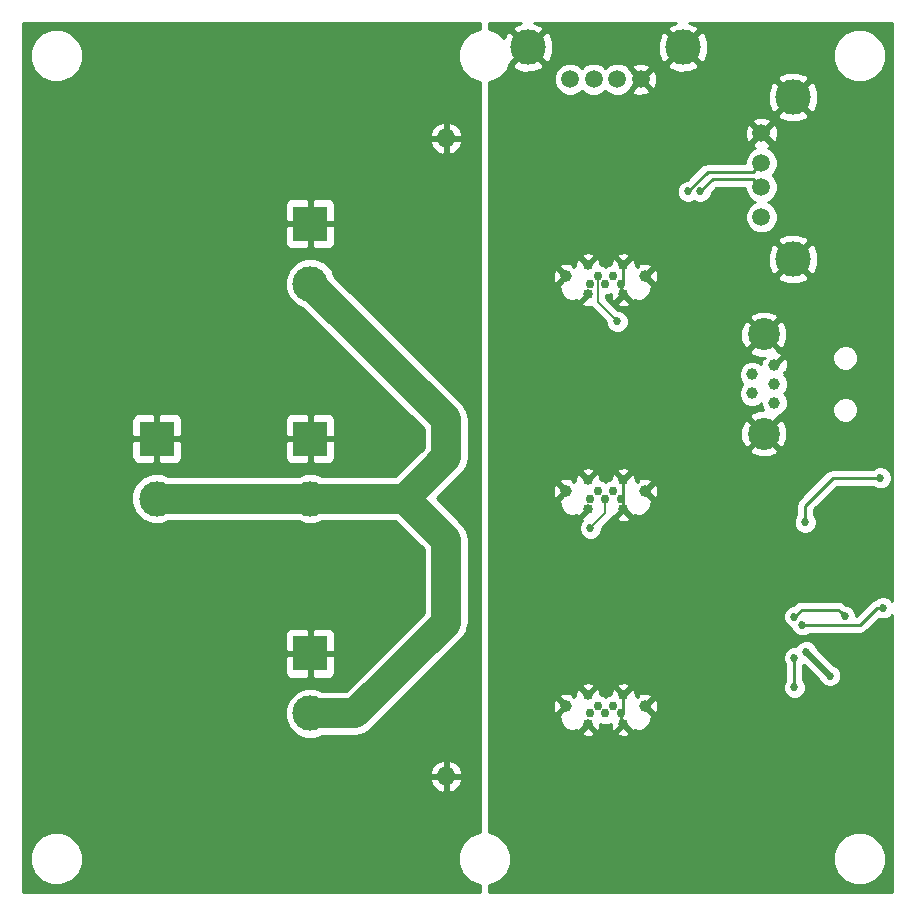
<source format=gbr>
G04 #@! TF.FileFunction,Copper,L2,Bot,Signal*
%FSLAX46Y46*%
G04 Gerber Fmt 4.6, Leading zero omitted, Abs format (unit mm)*
G04 Created by KiCad (PCBNEW 4.0.5) date 05/10/17 19:10:08*
%MOMM*%
%LPD*%
G01*
G04 APERTURE LIST*
%ADD10C,0.100000*%
%ADD11R,3.000000X3.000000*%
%ADD12C,3.000000*%
%ADD13C,0.750000*%
%ADD14C,0.850000*%
%ADD15C,1.000000*%
%ADD16C,1.500000*%
%ADD17C,2.700000*%
%ADD18C,1.600000*%
%ADD19O,1.600000X1.600000*%
%ADD20C,0.685800*%
%ADD21C,0.254000*%
%ADD22C,2.540000*%
%ADD23C,0.508000*%
%ADD24C,0.152400*%
G04 APERTURE END LIST*
D10*
D11*
X14500000Y41580000D03*
D12*
X14500000Y36500000D03*
D11*
X27500000Y41580000D03*
D12*
X27500000Y36500000D03*
D11*
X27500000Y59780000D03*
D12*
X27500000Y54700000D03*
D11*
X27500000Y23380000D03*
D12*
X27500000Y18300000D03*
D13*
X52500000Y18300000D03*
X51850000Y18950000D03*
X51200000Y18300000D03*
X53150000Y18950000D03*
X53800000Y18300000D03*
D14*
X51000000Y19880000D03*
X54000000Y19880000D03*
X54000000Y17380000D03*
X51000000Y17380000D03*
D15*
X49175000Y18920000D03*
X55825000Y18920000D03*
D13*
X52500000Y36500000D03*
X51850000Y37150000D03*
X51200000Y36500000D03*
X53150000Y37150000D03*
X53800000Y36500000D03*
D14*
X51000000Y38080000D03*
X54000000Y38080000D03*
X54000000Y35580000D03*
X51000000Y35580000D03*
D15*
X49175000Y37120000D03*
X55825000Y37120000D03*
D13*
X52500000Y54700000D03*
X51850000Y55350000D03*
X51200000Y54700000D03*
X53150000Y55350000D03*
X53800000Y54700000D03*
D14*
X51000000Y56280000D03*
X54000000Y56280000D03*
X54000000Y53780000D03*
X51000000Y53780000D03*
D15*
X49175000Y55320000D03*
X55825000Y55320000D03*
D16*
X51500000Y72000000D03*
X53500000Y72000000D03*
X55500000Y72000000D03*
X49500000Y72000000D03*
D12*
X45930000Y74710000D03*
X59070000Y74710000D03*
D15*
X66800000Y46200000D03*
X66800000Y47800000D03*
X66800000Y44600000D03*
X64900000Y45400000D03*
X64900000Y47000000D03*
D17*
X65900000Y50400000D03*
X65900000Y42000000D03*
D16*
X65700000Y67440000D03*
X65700000Y64900000D03*
X65700000Y62870000D03*
X65700000Y60330000D03*
D12*
X68370000Y70490000D03*
X68370000Y56770000D03*
D18*
X39000000Y42000000D03*
D19*
X39000000Y67000000D03*
D18*
X39000000Y33000000D03*
D19*
X39000000Y13000000D03*
D20*
X76000000Y27250000D03*
X69144398Y25800000D03*
X71500000Y21500000D03*
X69500000Y23500000D03*
X72749310Y26538773D03*
X68500000Y26500000D03*
X68500000Y20500000D03*
X68500000Y23000000D03*
X75750000Y38250000D03*
X69400000Y34500000D03*
X53500000Y51500000D03*
X51226362Y34002186D03*
X60500000Y62500000D03*
X59500000Y62500000D03*
D21*
X74050000Y25800000D02*
X75500000Y27250000D01*
X75500000Y27250000D02*
X76000000Y27250000D01*
X69144398Y25800000D02*
X74050000Y25800000D01*
D22*
X39000000Y26000000D02*
X39000000Y33000000D01*
X31300000Y18300000D02*
X39000000Y26000000D01*
X27500000Y18300000D02*
X31300000Y18300000D01*
X39000000Y43200000D02*
X27500000Y54700000D01*
X39000000Y42000000D02*
X39000000Y43200000D01*
X27500000Y36500000D02*
X35499364Y36500000D01*
X35499364Y36500000D02*
X39000000Y40000636D01*
X39000000Y40000636D02*
X39000000Y42000000D01*
X27500000Y36500000D02*
X35500000Y36500000D01*
X35500000Y36500000D02*
X39000000Y33000000D01*
X14500000Y36500000D02*
X27500000Y36500000D01*
D21*
X54000000Y56280000D02*
X54000000Y54900000D01*
X54000000Y54900000D02*
X53800000Y54700000D01*
X53800000Y54700000D02*
X53800000Y53980000D01*
X53800000Y53980000D02*
X54000000Y53780000D01*
X54000000Y38080000D02*
X54000000Y36700000D01*
X54000000Y36700000D02*
X53800000Y36500000D01*
X54000000Y35580000D02*
X54000000Y36300000D01*
X54000000Y36300000D02*
X53800000Y36500000D01*
X53800000Y18300000D02*
X54000000Y18500000D01*
X54000000Y18500000D02*
X54000000Y19880000D01*
X53800000Y18300000D02*
X53800000Y17580000D01*
X53800000Y17580000D02*
X54000000Y17380000D01*
D23*
X71500000Y21500000D02*
X69500000Y23500000D01*
D21*
X72406411Y26881672D02*
X72749310Y26538773D01*
X72190621Y27097462D02*
X72406411Y26881672D01*
X69097462Y27097462D02*
X72190621Y27097462D01*
X68500000Y26500000D02*
X69097462Y27097462D01*
X68500000Y23000000D02*
X68500000Y20500000D01*
X69400000Y35900000D02*
X71750000Y38250000D01*
X71750000Y38250000D02*
X75750000Y38250000D01*
X69400000Y34500000D02*
X69400000Y35900000D01*
D24*
X51850000Y55350000D02*
X51850000Y53150000D01*
X51850000Y53150000D02*
X53500000Y51500000D01*
X52500000Y36500000D02*
X52500000Y35275824D01*
X52500000Y35275824D02*
X51226362Y34002186D01*
D21*
X51228548Y34000000D02*
X51226362Y34002186D01*
X65700000Y62870000D02*
X64989607Y63580393D01*
X64989607Y63580393D02*
X61580393Y63580393D01*
X61580393Y63580393D02*
X60500000Y62500000D01*
X65700000Y64900000D02*
X64957187Y64157187D01*
X64957187Y64157187D02*
X61157187Y64157187D01*
X61157187Y64157187D02*
X59500000Y62500000D01*
G36*
X41873000Y76235330D02*
X41807381Y76235387D01*
X40985628Y75895845D01*
X40356364Y75267679D01*
X40015389Y74446519D01*
X40014613Y73557381D01*
X40354155Y72735628D01*
X40982321Y72106364D01*
X41803481Y71765389D01*
X41873000Y71765328D01*
X41873000Y8235330D01*
X41807381Y8235387D01*
X40985628Y7895845D01*
X40356364Y7267679D01*
X40015389Y6446519D01*
X40014613Y5557381D01*
X40354155Y4735628D01*
X40982321Y4106364D01*
X41803481Y3765389D01*
X41873000Y3765328D01*
X41873000Y3210000D01*
X3210000Y3210000D01*
X3210000Y5557381D01*
X3764613Y5557381D01*
X4104155Y4735628D01*
X4732321Y4106364D01*
X5553481Y3765389D01*
X6442619Y3764613D01*
X7264372Y4104155D01*
X7893636Y4732321D01*
X8234611Y5553481D01*
X8235387Y6442619D01*
X7895845Y7264372D01*
X7267679Y7893636D01*
X6446519Y8234611D01*
X5557381Y8235387D01*
X4735628Y7895845D01*
X4106364Y7267679D01*
X3765389Y6446519D01*
X3764613Y5557381D01*
X3210000Y5557381D01*
X3210000Y12650959D01*
X37608086Y12650959D01*
X37847611Y12144866D01*
X38262577Y11768959D01*
X38650961Y11608096D01*
X38873000Y11730085D01*
X38873000Y12873000D01*
X39127000Y12873000D01*
X39127000Y11730085D01*
X39349039Y11608096D01*
X39737423Y11768959D01*
X40152389Y12144866D01*
X40391914Y12650959D01*
X40270629Y12873000D01*
X39127000Y12873000D01*
X38873000Y12873000D01*
X37729371Y12873000D01*
X37608086Y12650959D01*
X3210000Y12650959D01*
X3210000Y13349041D01*
X37608086Y13349041D01*
X37729371Y13127000D01*
X38873000Y13127000D01*
X38873000Y14269915D01*
X39127000Y14269915D01*
X39127000Y13127000D01*
X40270629Y13127000D01*
X40391914Y13349041D01*
X40152389Y13855134D01*
X39737423Y14231041D01*
X39349039Y14391904D01*
X39127000Y14269915D01*
X38873000Y14269915D01*
X38650961Y14391904D01*
X38262577Y14231041D01*
X37847611Y13855134D01*
X37608086Y13349041D01*
X3210000Y13349041D01*
X3210000Y23094250D01*
X25365000Y23094250D01*
X25365000Y21753691D01*
X25461673Y21520302D01*
X25640301Y21341673D01*
X25873690Y21245000D01*
X27214250Y21245000D01*
X27373000Y21403750D01*
X27373000Y23253000D01*
X27627000Y23253000D01*
X27627000Y21403750D01*
X27785750Y21245000D01*
X29126310Y21245000D01*
X29359699Y21341673D01*
X29538327Y21520302D01*
X29635000Y21753691D01*
X29635000Y23094250D01*
X29476250Y23253000D01*
X27627000Y23253000D01*
X27373000Y23253000D01*
X25523750Y23253000D01*
X25365000Y23094250D01*
X3210000Y23094250D01*
X3210000Y25006309D01*
X25365000Y25006309D01*
X25365000Y23665750D01*
X25523750Y23507000D01*
X27373000Y23507000D01*
X27373000Y25356250D01*
X27627000Y25356250D01*
X27627000Y23507000D01*
X29476250Y23507000D01*
X29635000Y23665750D01*
X29635000Y25006309D01*
X29538327Y25239698D01*
X29359699Y25418327D01*
X29126310Y25515000D01*
X27785750Y25515000D01*
X27627000Y25356250D01*
X27373000Y25356250D01*
X27214250Y25515000D01*
X25873690Y25515000D01*
X25640301Y25418327D01*
X25461673Y25239698D01*
X25365000Y25006309D01*
X3210000Y25006309D01*
X3210000Y36077185D01*
X12364630Y36077185D01*
X12688980Y35292200D01*
X13289041Y34691091D01*
X14073459Y34365372D01*
X14922815Y34364630D01*
X15480352Y34595000D01*
X26520454Y34595000D01*
X27073459Y34365372D01*
X27922815Y34364630D01*
X28480352Y34595000D01*
X34710924Y34595000D01*
X37095000Y32210923D01*
X37095000Y26789077D01*
X30510924Y20205000D01*
X28479546Y20205000D01*
X27926541Y20434628D01*
X27077185Y20435370D01*
X26292200Y20111020D01*
X25691091Y19510959D01*
X25365372Y18726541D01*
X25364630Y17877185D01*
X25688980Y17092200D01*
X26289041Y16491091D01*
X27073459Y16165372D01*
X27922815Y16164630D01*
X28480352Y16395000D01*
X31300000Y16395000D01*
X32029012Y16540009D01*
X32647038Y16952962D01*
X40347038Y24652961D01*
X40759991Y25270987D01*
X40808528Y25515000D01*
X40905000Y26000000D01*
X40905000Y33000000D01*
X40759991Y33729012D01*
X40759991Y33729013D01*
X40347038Y34347039D01*
X38193758Y36500318D01*
X40347038Y38653598D01*
X40759991Y39271624D01*
X40905000Y40000636D01*
X40905000Y43200000D01*
X40759991Y43929012D01*
X40347038Y44547038D01*
X29539684Y55354392D01*
X29311020Y55907800D01*
X28710959Y56508909D01*
X27926541Y56834628D01*
X27077185Y56835370D01*
X26292200Y56511020D01*
X25691091Y55910959D01*
X25365372Y55126541D01*
X25364630Y54277185D01*
X25688980Y53492200D01*
X26289041Y52891091D01*
X26846176Y52659748D01*
X37095000Y42410924D01*
X37095000Y40789712D01*
X34710288Y38405000D01*
X28479546Y38405000D01*
X27926541Y38634628D01*
X27077185Y38635370D01*
X26519648Y38405000D01*
X15479546Y38405000D01*
X14926541Y38634628D01*
X14077185Y38635370D01*
X13292200Y38311020D01*
X12691091Y37710959D01*
X12365372Y36926541D01*
X12364630Y36077185D01*
X3210000Y36077185D01*
X3210000Y41294250D01*
X12365000Y41294250D01*
X12365000Y39953691D01*
X12461673Y39720302D01*
X12640301Y39541673D01*
X12873690Y39445000D01*
X14214250Y39445000D01*
X14373000Y39603750D01*
X14373000Y41453000D01*
X14627000Y41453000D01*
X14627000Y39603750D01*
X14785750Y39445000D01*
X16126310Y39445000D01*
X16359699Y39541673D01*
X16538327Y39720302D01*
X16635000Y39953691D01*
X16635000Y41294250D01*
X25365000Y41294250D01*
X25365000Y39953691D01*
X25461673Y39720302D01*
X25640301Y39541673D01*
X25873690Y39445000D01*
X27214250Y39445000D01*
X27373000Y39603750D01*
X27373000Y41453000D01*
X27627000Y41453000D01*
X27627000Y39603750D01*
X27785750Y39445000D01*
X29126310Y39445000D01*
X29359699Y39541673D01*
X29538327Y39720302D01*
X29635000Y39953691D01*
X29635000Y41294250D01*
X29476250Y41453000D01*
X27627000Y41453000D01*
X27373000Y41453000D01*
X25523750Y41453000D01*
X25365000Y41294250D01*
X16635000Y41294250D01*
X16476250Y41453000D01*
X14627000Y41453000D01*
X14373000Y41453000D01*
X12523750Y41453000D01*
X12365000Y41294250D01*
X3210000Y41294250D01*
X3210000Y43206309D01*
X12365000Y43206309D01*
X12365000Y41865750D01*
X12523750Y41707000D01*
X14373000Y41707000D01*
X14373000Y43556250D01*
X14627000Y43556250D01*
X14627000Y41707000D01*
X16476250Y41707000D01*
X16635000Y41865750D01*
X16635000Y43206309D01*
X25365000Y43206309D01*
X25365000Y41865750D01*
X25523750Y41707000D01*
X27373000Y41707000D01*
X27373000Y43556250D01*
X27627000Y43556250D01*
X27627000Y41707000D01*
X29476250Y41707000D01*
X29635000Y41865750D01*
X29635000Y43206309D01*
X29538327Y43439698D01*
X29359699Y43618327D01*
X29126310Y43715000D01*
X27785750Y43715000D01*
X27627000Y43556250D01*
X27373000Y43556250D01*
X27214250Y43715000D01*
X25873690Y43715000D01*
X25640301Y43618327D01*
X25461673Y43439698D01*
X25365000Y43206309D01*
X16635000Y43206309D01*
X16538327Y43439698D01*
X16359699Y43618327D01*
X16126310Y43715000D01*
X14785750Y43715000D01*
X14627000Y43556250D01*
X14373000Y43556250D01*
X14214250Y43715000D01*
X12873690Y43715000D01*
X12640301Y43618327D01*
X12461673Y43439698D01*
X12365000Y43206309D01*
X3210000Y43206309D01*
X3210000Y59494250D01*
X25365000Y59494250D01*
X25365000Y58153691D01*
X25461673Y57920302D01*
X25640301Y57741673D01*
X25873690Y57645000D01*
X27214250Y57645000D01*
X27373000Y57803750D01*
X27373000Y59653000D01*
X27627000Y59653000D01*
X27627000Y57803750D01*
X27785750Y57645000D01*
X29126310Y57645000D01*
X29359699Y57741673D01*
X29538327Y57920302D01*
X29635000Y58153691D01*
X29635000Y59494250D01*
X29476250Y59653000D01*
X27627000Y59653000D01*
X27373000Y59653000D01*
X25523750Y59653000D01*
X25365000Y59494250D01*
X3210000Y59494250D01*
X3210000Y61406309D01*
X25365000Y61406309D01*
X25365000Y60065750D01*
X25523750Y59907000D01*
X27373000Y59907000D01*
X27373000Y61756250D01*
X27627000Y61756250D01*
X27627000Y59907000D01*
X29476250Y59907000D01*
X29635000Y60065750D01*
X29635000Y61406309D01*
X29538327Y61639698D01*
X29359699Y61818327D01*
X29126310Y61915000D01*
X27785750Y61915000D01*
X27627000Y61756250D01*
X27373000Y61756250D01*
X27214250Y61915000D01*
X25873690Y61915000D01*
X25640301Y61818327D01*
X25461673Y61639698D01*
X25365000Y61406309D01*
X3210000Y61406309D01*
X3210000Y66650959D01*
X37608086Y66650959D01*
X37847611Y66144866D01*
X38262577Y65768959D01*
X38650961Y65608096D01*
X38873000Y65730085D01*
X38873000Y66873000D01*
X39127000Y66873000D01*
X39127000Y65730085D01*
X39349039Y65608096D01*
X39737423Y65768959D01*
X40152389Y66144866D01*
X40391914Y66650959D01*
X40270629Y66873000D01*
X39127000Y66873000D01*
X38873000Y66873000D01*
X37729371Y66873000D01*
X37608086Y66650959D01*
X3210000Y66650959D01*
X3210000Y67349041D01*
X37608086Y67349041D01*
X37729371Y67127000D01*
X38873000Y67127000D01*
X38873000Y68269915D01*
X39127000Y68269915D01*
X39127000Y67127000D01*
X40270629Y67127000D01*
X40391914Y67349041D01*
X40152389Y67855134D01*
X39737423Y68231041D01*
X39349039Y68391904D01*
X39127000Y68269915D01*
X38873000Y68269915D01*
X38650961Y68391904D01*
X38262577Y68231041D01*
X37847611Y67855134D01*
X37608086Y67349041D01*
X3210000Y67349041D01*
X3210000Y73557381D01*
X3764613Y73557381D01*
X4104155Y72735628D01*
X4732321Y72106364D01*
X5553481Y71765389D01*
X6442619Y71764613D01*
X7264372Y72104155D01*
X7893636Y72732321D01*
X8234611Y73553481D01*
X8235387Y74442619D01*
X7895845Y75264372D01*
X7267679Y75893636D01*
X6446519Y76234611D01*
X5557381Y76235387D01*
X4735628Y75895845D01*
X4106364Y75267679D01*
X3765389Y74446519D01*
X3764613Y73557381D01*
X3210000Y73557381D01*
X3210000Y76790000D01*
X41873000Y76790000D01*
X41873000Y76235330D01*
X41873000Y76235330D01*
G37*
X41873000Y76235330D02*
X41807381Y76235387D01*
X40985628Y75895845D01*
X40356364Y75267679D01*
X40015389Y74446519D01*
X40014613Y73557381D01*
X40354155Y72735628D01*
X40982321Y72106364D01*
X41803481Y71765389D01*
X41873000Y71765328D01*
X41873000Y8235330D01*
X41807381Y8235387D01*
X40985628Y7895845D01*
X40356364Y7267679D01*
X40015389Y6446519D01*
X40014613Y5557381D01*
X40354155Y4735628D01*
X40982321Y4106364D01*
X41803481Y3765389D01*
X41873000Y3765328D01*
X41873000Y3210000D01*
X3210000Y3210000D01*
X3210000Y5557381D01*
X3764613Y5557381D01*
X4104155Y4735628D01*
X4732321Y4106364D01*
X5553481Y3765389D01*
X6442619Y3764613D01*
X7264372Y4104155D01*
X7893636Y4732321D01*
X8234611Y5553481D01*
X8235387Y6442619D01*
X7895845Y7264372D01*
X7267679Y7893636D01*
X6446519Y8234611D01*
X5557381Y8235387D01*
X4735628Y7895845D01*
X4106364Y7267679D01*
X3765389Y6446519D01*
X3764613Y5557381D01*
X3210000Y5557381D01*
X3210000Y12650959D01*
X37608086Y12650959D01*
X37847611Y12144866D01*
X38262577Y11768959D01*
X38650961Y11608096D01*
X38873000Y11730085D01*
X38873000Y12873000D01*
X39127000Y12873000D01*
X39127000Y11730085D01*
X39349039Y11608096D01*
X39737423Y11768959D01*
X40152389Y12144866D01*
X40391914Y12650959D01*
X40270629Y12873000D01*
X39127000Y12873000D01*
X38873000Y12873000D01*
X37729371Y12873000D01*
X37608086Y12650959D01*
X3210000Y12650959D01*
X3210000Y13349041D01*
X37608086Y13349041D01*
X37729371Y13127000D01*
X38873000Y13127000D01*
X38873000Y14269915D01*
X39127000Y14269915D01*
X39127000Y13127000D01*
X40270629Y13127000D01*
X40391914Y13349041D01*
X40152389Y13855134D01*
X39737423Y14231041D01*
X39349039Y14391904D01*
X39127000Y14269915D01*
X38873000Y14269915D01*
X38650961Y14391904D01*
X38262577Y14231041D01*
X37847611Y13855134D01*
X37608086Y13349041D01*
X3210000Y13349041D01*
X3210000Y23094250D01*
X25365000Y23094250D01*
X25365000Y21753691D01*
X25461673Y21520302D01*
X25640301Y21341673D01*
X25873690Y21245000D01*
X27214250Y21245000D01*
X27373000Y21403750D01*
X27373000Y23253000D01*
X27627000Y23253000D01*
X27627000Y21403750D01*
X27785750Y21245000D01*
X29126310Y21245000D01*
X29359699Y21341673D01*
X29538327Y21520302D01*
X29635000Y21753691D01*
X29635000Y23094250D01*
X29476250Y23253000D01*
X27627000Y23253000D01*
X27373000Y23253000D01*
X25523750Y23253000D01*
X25365000Y23094250D01*
X3210000Y23094250D01*
X3210000Y25006309D01*
X25365000Y25006309D01*
X25365000Y23665750D01*
X25523750Y23507000D01*
X27373000Y23507000D01*
X27373000Y25356250D01*
X27627000Y25356250D01*
X27627000Y23507000D01*
X29476250Y23507000D01*
X29635000Y23665750D01*
X29635000Y25006309D01*
X29538327Y25239698D01*
X29359699Y25418327D01*
X29126310Y25515000D01*
X27785750Y25515000D01*
X27627000Y25356250D01*
X27373000Y25356250D01*
X27214250Y25515000D01*
X25873690Y25515000D01*
X25640301Y25418327D01*
X25461673Y25239698D01*
X25365000Y25006309D01*
X3210000Y25006309D01*
X3210000Y36077185D01*
X12364630Y36077185D01*
X12688980Y35292200D01*
X13289041Y34691091D01*
X14073459Y34365372D01*
X14922815Y34364630D01*
X15480352Y34595000D01*
X26520454Y34595000D01*
X27073459Y34365372D01*
X27922815Y34364630D01*
X28480352Y34595000D01*
X34710924Y34595000D01*
X37095000Y32210923D01*
X37095000Y26789077D01*
X30510924Y20205000D01*
X28479546Y20205000D01*
X27926541Y20434628D01*
X27077185Y20435370D01*
X26292200Y20111020D01*
X25691091Y19510959D01*
X25365372Y18726541D01*
X25364630Y17877185D01*
X25688980Y17092200D01*
X26289041Y16491091D01*
X27073459Y16165372D01*
X27922815Y16164630D01*
X28480352Y16395000D01*
X31300000Y16395000D01*
X32029012Y16540009D01*
X32647038Y16952962D01*
X40347038Y24652961D01*
X40759991Y25270987D01*
X40808528Y25515000D01*
X40905000Y26000000D01*
X40905000Y33000000D01*
X40759991Y33729012D01*
X40759991Y33729013D01*
X40347038Y34347039D01*
X38193758Y36500318D01*
X40347038Y38653598D01*
X40759991Y39271624D01*
X40905000Y40000636D01*
X40905000Y43200000D01*
X40759991Y43929012D01*
X40347038Y44547038D01*
X29539684Y55354392D01*
X29311020Y55907800D01*
X28710959Y56508909D01*
X27926541Y56834628D01*
X27077185Y56835370D01*
X26292200Y56511020D01*
X25691091Y55910959D01*
X25365372Y55126541D01*
X25364630Y54277185D01*
X25688980Y53492200D01*
X26289041Y52891091D01*
X26846176Y52659748D01*
X37095000Y42410924D01*
X37095000Y40789712D01*
X34710288Y38405000D01*
X28479546Y38405000D01*
X27926541Y38634628D01*
X27077185Y38635370D01*
X26519648Y38405000D01*
X15479546Y38405000D01*
X14926541Y38634628D01*
X14077185Y38635370D01*
X13292200Y38311020D01*
X12691091Y37710959D01*
X12365372Y36926541D01*
X12364630Y36077185D01*
X3210000Y36077185D01*
X3210000Y41294250D01*
X12365000Y41294250D01*
X12365000Y39953691D01*
X12461673Y39720302D01*
X12640301Y39541673D01*
X12873690Y39445000D01*
X14214250Y39445000D01*
X14373000Y39603750D01*
X14373000Y41453000D01*
X14627000Y41453000D01*
X14627000Y39603750D01*
X14785750Y39445000D01*
X16126310Y39445000D01*
X16359699Y39541673D01*
X16538327Y39720302D01*
X16635000Y39953691D01*
X16635000Y41294250D01*
X25365000Y41294250D01*
X25365000Y39953691D01*
X25461673Y39720302D01*
X25640301Y39541673D01*
X25873690Y39445000D01*
X27214250Y39445000D01*
X27373000Y39603750D01*
X27373000Y41453000D01*
X27627000Y41453000D01*
X27627000Y39603750D01*
X27785750Y39445000D01*
X29126310Y39445000D01*
X29359699Y39541673D01*
X29538327Y39720302D01*
X29635000Y39953691D01*
X29635000Y41294250D01*
X29476250Y41453000D01*
X27627000Y41453000D01*
X27373000Y41453000D01*
X25523750Y41453000D01*
X25365000Y41294250D01*
X16635000Y41294250D01*
X16476250Y41453000D01*
X14627000Y41453000D01*
X14373000Y41453000D01*
X12523750Y41453000D01*
X12365000Y41294250D01*
X3210000Y41294250D01*
X3210000Y43206309D01*
X12365000Y43206309D01*
X12365000Y41865750D01*
X12523750Y41707000D01*
X14373000Y41707000D01*
X14373000Y43556250D01*
X14627000Y43556250D01*
X14627000Y41707000D01*
X16476250Y41707000D01*
X16635000Y41865750D01*
X16635000Y43206309D01*
X25365000Y43206309D01*
X25365000Y41865750D01*
X25523750Y41707000D01*
X27373000Y41707000D01*
X27373000Y43556250D01*
X27627000Y43556250D01*
X27627000Y41707000D01*
X29476250Y41707000D01*
X29635000Y41865750D01*
X29635000Y43206309D01*
X29538327Y43439698D01*
X29359699Y43618327D01*
X29126310Y43715000D01*
X27785750Y43715000D01*
X27627000Y43556250D01*
X27373000Y43556250D01*
X27214250Y43715000D01*
X25873690Y43715000D01*
X25640301Y43618327D01*
X25461673Y43439698D01*
X25365000Y43206309D01*
X16635000Y43206309D01*
X16538327Y43439698D01*
X16359699Y43618327D01*
X16126310Y43715000D01*
X14785750Y43715000D01*
X14627000Y43556250D01*
X14373000Y43556250D01*
X14214250Y43715000D01*
X12873690Y43715000D01*
X12640301Y43618327D01*
X12461673Y43439698D01*
X12365000Y43206309D01*
X3210000Y43206309D01*
X3210000Y59494250D01*
X25365000Y59494250D01*
X25365000Y58153691D01*
X25461673Y57920302D01*
X25640301Y57741673D01*
X25873690Y57645000D01*
X27214250Y57645000D01*
X27373000Y57803750D01*
X27373000Y59653000D01*
X27627000Y59653000D01*
X27627000Y57803750D01*
X27785750Y57645000D01*
X29126310Y57645000D01*
X29359699Y57741673D01*
X29538327Y57920302D01*
X29635000Y58153691D01*
X29635000Y59494250D01*
X29476250Y59653000D01*
X27627000Y59653000D01*
X27373000Y59653000D01*
X25523750Y59653000D01*
X25365000Y59494250D01*
X3210000Y59494250D01*
X3210000Y61406309D01*
X25365000Y61406309D01*
X25365000Y60065750D01*
X25523750Y59907000D01*
X27373000Y59907000D01*
X27373000Y61756250D01*
X27627000Y61756250D01*
X27627000Y59907000D01*
X29476250Y59907000D01*
X29635000Y60065750D01*
X29635000Y61406309D01*
X29538327Y61639698D01*
X29359699Y61818327D01*
X29126310Y61915000D01*
X27785750Y61915000D01*
X27627000Y61756250D01*
X27373000Y61756250D01*
X27214250Y61915000D01*
X25873690Y61915000D01*
X25640301Y61818327D01*
X25461673Y61639698D01*
X25365000Y61406309D01*
X3210000Y61406309D01*
X3210000Y66650959D01*
X37608086Y66650959D01*
X37847611Y66144866D01*
X38262577Y65768959D01*
X38650961Y65608096D01*
X38873000Y65730085D01*
X38873000Y66873000D01*
X39127000Y66873000D01*
X39127000Y65730085D01*
X39349039Y65608096D01*
X39737423Y65768959D01*
X40152389Y66144866D01*
X40391914Y66650959D01*
X40270629Y66873000D01*
X39127000Y66873000D01*
X38873000Y66873000D01*
X37729371Y66873000D01*
X37608086Y66650959D01*
X3210000Y66650959D01*
X3210000Y67349041D01*
X37608086Y67349041D01*
X37729371Y67127000D01*
X38873000Y67127000D01*
X38873000Y68269915D01*
X39127000Y68269915D01*
X39127000Y67127000D01*
X40270629Y67127000D01*
X40391914Y67349041D01*
X40152389Y67855134D01*
X39737423Y68231041D01*
X39349039Y68391904D01*
X39127000Y68269915D01*
X38873000Y68269915D01*
X38650961Y68391904D01*
X38262577Y68231041D01*
X37847611Y67855134D01*
X37608086Y67349041D01*
X3210000Y67349041D01*
X3210000Y73557381D01*
X3764613Y73557381D01*
X4104155Y72735628D01*
X4732321Y72106364D01*
X5553481Y71765389D01*
X6442619Y71764613D01*
X7264372Y72104155D01*
X7893636Y72732321D01*
X8234611Y73553481D01*
X8235387Y74442619D01*
X7895845Y75264372D01*
X7267679Y75893636D01*
X6446519Y76234611D01*
X5557381Y76235387D01*
X4735628Y75895845D01*
X4106364Y75267679D01*
X3765389Y74446519D01*
X3764613Y73557381D01*
X3210000Y73557381D01*
X3210000Y76790000D01*
X41873000Y76790000D01*
X41873000Y76235330D01*
G36*
X44755418Y76542739D02*
X44595635Y76223970D01*
X45930000Y74889605D01*
X47264365Y76223970D01*
X47104582Y76542739D01*
X46473819Y76790000D01*
X58492359Y76790000D01*
X57895418Y76542739D01*
X57735635Y76223970D01*
X59070000Y74889605D01*
X60404365Y76223970D01*
X60244582Y76542739D01*
X59613819Y76790000D01*
X76790000Y76790000D01*
X76790000Y27842788D01*
X76554659Y28078540D01*
X76195370Y28227730D01*
X75806337Y28228069D01*
X75446788Y28079507D01*
X75349093Y27981983D01*
X75208395Y27953996D01*
X75109377Y27887834D01*
X74961185Y27788816D01*
X73734370Y26562000D01*
X73727230Y26562000D01*
X73727379Y26732436D01*
X73578817Y27091985D01*
X73303969Y27367313D01*
X72944680Y27516503D01*
X72849127Y27516586D01*
X72729436Y27636277D01*
X72718370Y27643671D01*
X72482226Y27801458D01*
X72190621Y27859462D01*
X69097462Y27859462D01*
X68805857Y27801458D01*
X68569713Y27643671D01*
X68558647Y27636277D01*
X68400357Y27477987D01*
X68306337Y27478069D01*
X67946788Y27329507D01*
X67671460Y27054659D01*
X67522270Y26695370D01*
X67521931Y26306337D01*
X67670493Y25946788D01*
X67945341Y25671460D01*
X68179616Y25574181D01*
X68314891Y25246788D01*
X68589739Y24971460D01*
X68949028Y24822270D01*
X69338061Y24821931D01*
X69697610Y24970493D01*
X69765235Y25038000D01*
X74050000Y25038000D01*
X74341605Y25096004D01*
X74588815Y25261185D01*
X75659969Y26332338D01*
X75804630Y26272270D01*
X76193663Y26271931D01*
X76553212Y26420493D01*
X76790000Y26656868D01*
X76790000Y3210000D01*
X42627000Y3210000D01*
X42627000Y3764670D01*
X42692619Y3764613D01*
X43514372Y4104155D01*
X44143636Y4732321D01*
X44484611Y5553481D01*
X44484614Y5557381D01*
X71764613Y5557381D01*
X72104155Y4735628D01*
X72732321Y4106364D01*
X73553481Y3765389D01*
X74442619Y3764613D01*
X75264372Y4104155D01*
X75893636Y4732321D01*
X76234611Y5553481D01*
X76235387Y6442619D01*
X75895845Y7264372D01*
X75267679Y7893636D01*
X74446519Y8234611D01*
X73557381Y8235387D01*
X72735628Y7895845D01*
X72106364Y7267679D01*
X71765389Y6446519D01*
X71764613Y5557381D01*
X44484614Y5557381D01*
X44485387Y6442619D01*
X44145845Y7264372D01*
X43517679Y7893636D01*
X42696519Y8234611D01*
X42627000Y8234672D01*
X42627000Y16644447D01*
X50444052Y16644447D01*
X50471887Y16437050D01*
X50872939Y16306728D01*
X51293334Y16339801D01*
X51528113Y16437050D01*
X51555948Y16644447D01*
X53444052Y16644447D01*
X53471887Y16437050D01*
X53872939Y16306728D01*
X54293334Y16339801D01*
X54528113Y16437050D01*
X54555948Y16644447D01*
X54000000Y17200395D01*
X53444052Y16644447D01*
X51555948Y16644447D01*
X51000000Y17200395D01*
X50444052Y16644447D01*
X42627000Y16644447D01*
X42627000Y19065028D01*
X48026888Y19065028D01*
X48058783Y18614625D01*
X48169783Y18346648D01*
X48384896Y18309501D01*
X48995395Y18920000D01*
X48384896Y19530499D01*
X48169783Y19493352D01*
X48026888Y19065028D01*
X42627000Y19065028D01*
X42627000Y19710104D01*
X48564501Y19710104D01*
X49175000Y19099605D01*
X49189143Y19113747D01*
X49368748Y18934142D01*
X49354605Y18920000D01*
X49368748Y18905857D01*
X49295714Y18832824D01*
X49114485Y18757942D01*
X48823081Y18467046D01*
X48767289Y18332684D01*
X48564501Y18129896D01*
X48601648Y17914783D01*
X48665012Y17893644D01*
X48664821Y17675029D01*
X48822058Y17294485D01*
X49112954Y17003081D01*
X49493223Y16845180D01*
X49904971Y16844821D01*
X50037325Y16899508D01*
X50057050Y16851887D01*
X50264447Y16824052D01*
X50809099Y17368704D01*
X50998217Y17290176D01*
X51269666Y17289939D01*
X51735553Y16824052D01*
X51942950Y16851887D01*
X52073272Y17252939D01*
X52062647Y17387993D01*
X52298217Y17290176D01*
X52700020Y17289825D01*
X52936143Y17387389D01*
X52959801Y17086666D01*
X53057050Y16851887D01*
X53264447Y16824052D01*
X53720025Y17279630D01*
X54085301Y17310523D01*
X54201112Y17358493D01*
X54735553Y16824052D01*
X54942950Y16851887D01*
X54958895Y16900957D01*
X55093223Y16845180D01*
X55504971Y16844821D01*
X55885515Y17002058D01*
X56176919Y17292954D01*
X56334820Y17673223D01*
X56335008Y17888545D01*
X56398352Y17914783D01*
X56435499Y18129896D01*
X56232908Y18332487D01*
X56177942Y18465515D01*
X55887046Y18756919D01*
X55704314Y18832796D01*
X55631253Y18905857D01*
X55645395Y18920000D01*
X56004605Y18920000D01*
X56615104Y18309501D01*
X56830217Y18346648D01*
X56973112Y18774972D01*
X56941217Y19225375D01*
X56830217Y19493352D01*
X56615104Y19530499D01*
X56004605Y18920000D01*
X55645395Y18920000D01*
X55631253Y18934142D01*
X55810858Y19113747D01*
X55825000Y19099605D01*
X56435499Y19710104D01*
X56398352Y19925217D01*
X55970028Y20068112D01*
X55519625Y20036217D01*
X55251648Y19925217D01*
X55214501Y19710107D01*
X55098274Y19826334D01*
X55069743Y19797803D01*
X55040199Y20173334D01*
X54942950Y20408113D01*
X54735553Y20435948D01*
X54179605Y19880000D01*
X54193748Y19865857D01*
X54014143Y19686252D01*
X54000000Y19700395D01*
X53985858Y19686252D01*
X53806253Y19865857D01*
X53820395Y19880000D01*
X53264447Y20435948D01*
X53057050Y20408113D01*
X52926728Y20007061D01*
X52931032Y19952346D01*
X52578628Y19806736D01*
X52500112Y19728356D01*
X52422866Y19805737D01*
X52057172Y19957586D01*
X52040199Y20173334D01*
X51942950Y20408113D01*
X51735553Y20435948D01*
X51179605Y19880000D01*
X51193748Y19865857D01*
X51014143Y19686252D01*
X51000000Y19700395D01*
X50985858Y19686252D01*
X50806253Y19865857D01*
X50820395Y19880000D01*
X50264447Y20435948D01*
X50057050Y20408113D01*
X49926728Y20007061D01*
X49944295Y19783765D01*
X49901726Y19826334D01*
X49785499Y19710107D01*
X49748352Y19925217D01*
X49320028Y20068112D01*
X48869625Y20036217D01*
X48601648Y19925217D01*
X48564501Y19710104D01*
X42627000Y19710104D01*
X42627000Y20615553D01*
X50444052Y20615553D01*
X51000000Y20059605D01*
X51555948Y20615553D01*
X53444052Y20615553D01*
X54000000Y20059605D01*
X54555948Y20615553D01*
X54528113Y20822950D01*
X54127061Y20953272D01*
X53706666Y20920199D01*
X53471887Y20822950D01*
X53444052Y20615553D01*
X51555948Y20615553D01*
X51528113Y20822950D01*
X51127061Y20953272D01*
X50706666Y20920199D01*
X50471887Y20822950D01*
X50444052Y20615553D01*
X42627000Y20615553D01*
X42627000Y22806337D01*
X67521931Y22806337D01*
X67670493Y22446788D01*
X67738000Y22379163D01*
X67738000Y21121083D01*
X67671460Y21054659D01*
X67522270Y20695370D01*
X67521931Y20306337D01*
X67670493Y19946788D01*
X67945341Y19671460D01*
X68304630Y19522270D01*
X68693663Y19521931D01*
X69053212Y19670493D01*
X69328540Y19945341D01*
X69477730Y20304630D01*
X69478069Y20693663D01*
X69329507Y21053212D01*
X69262000Y21120837D01*
X69262000Y22378917D01*
X69312968Y22429796D01*
X70582137Y21160627D01*
X70670493Y20946788D01*
X70945341Y20671460D01*
X71304630Y20522270D01*
X71693663Y20521931D01*
X72053212Y20670493D01*
X72328540Y20945341D01*
X72477730Y21304630D01*
X72478069Y21693663D01*
X72329507Y22053212D01*
X72054659Y22328540D01*
X71839250Y22417986D01*
X70417863Y23839373D01*
X70329507Y24053212D01*
X70054659Y24328540D01*
X69695370Y24477730D01*
X69306337Y24478069D01*
X68946788Y24329507D01*
X68671460Y24054659D01*
X68639536Y23977779D01*
X68306337Y23978069D01*
X67946788Y23829507D01*
X67671460Y23554659D01*
X67522270Y23195370D01*
X67521931Y22806337D01*
X42627000Y22806337D01*
X42627000Y37265028D01*
X48026888Y37265028D01*
X48058783Y36814625D01*
X48169783Y36546648D01*
X48384896Y36509501D01*
X48995395Y37120000D01*
X48384896Y37730499D01*
X48169783Y37693352D01*
X48026888Y37265028D01*
X42627000Y37265028D01*
X42627000Y37910104D01*
X48564501Y37910104D01*
X49175000Y37299605D01*
X49189143Y37313747D01*
X49368748Y37134142D01*
X49354605Y37120000D01*
X49368748Y37105857D01*
X49295714Y37032824D01*
X49114485Y36957942D01*
X48823081Y36667046D01*
X48767289Y36532684D01*
X48564501Y36329896D01*
X48601648Y36114783D01*
X48665012Y36093644D01*
X48664821Y35875029D01*
X48822058Y35494485D01*
X49112954Y35203081D01*
X49493223Y35045180D01*
X49904971Y35044821D01*
X50037325Y35099508D01*
X50057050Y35051887D01*
X50264447Y35024052D01*
X50809099Y35568704D01*
X50998217Y35490176D01*
X51117961Y35490071D01*
X51014143Y35386252D01*
X51000000Y35400395D01*
X50444052Y34844447D01*
X50471887Y34637050D01*
X50476625Y34635510D01*
X50397822Y34556845D01*
X50248632Y34197556D01*
X50248293Y33808523D01*
X50396855Y33448974D01*
X50671703Y33173646D01*
X51030992Y33024456D01*
X51420025Y33024117D01*
X51779574Y33172679D01*
X52054902Y33447527D01*
X52204092Y33806816D01*
X52204238Y33974274D01*
X52536301Y34306337D01*
X68421931Y34306337D01*
X68570493Y33946788D01*
X68845341Y33671460D01*
X69204630Y33522270D01*
X69593663Y33521931D01*
X69953212Y33670493D01*
X70228540Y33945341D01*
X70377730Y34304630D01*
X70378069Y34693663D01*
X70229507Y35053212D01*
X70162000Y35120837D01*
X70162000Y35584370D01*
X72065630Y37488000D01*
X75128917Y37488000D01*
X75195341Y37421460D01*
X75554630Y37272270D01*
X75943663Y37271931D01*
X76303212Y37420493D01*
X76578540Y37695341D01*
X76727730Y38054630D01*
X76728069Y38443663D01*
X76579507Y38803212D01*
X76304659Y39078540D01*
X75945370Y39227730D01*
X75556337Y39228069D01*
X75196788Y39079507D01*
X75129163Y39012000D01*
X71750000Y39012000D01*
X71458395Y38953996D01*
X71251201Y38815553D01*
X71211185Y38788815D01*
X68861185Y36438815D01*
X68696004Y36191605D01*
X68638000Y35900000D01*
X68638000Y35121083D01*
X68571460Y35054659D01*
X68422270Y34695370D01*
X68421931Y34306337D01*
X52536301Y34306337D01*
X53002894Y34772930D01*
X53050680Y34844447D01*
X53444052Y34844447D01*
X53471887Y34637050D01*
X53872939Y34506728D01*
X54293334Y34539801D01*
X54528113Y34637050D01*
X54555948Y34844447D01*
X54000000Y35400395D01*
X53444052Y34844447D01*
X53050680Y34844447D01*
X53157063Y35003659D01*
X53163806Y35037559D01*
X53264447Y35024052D01*
X53720025Y35479630D01*
X54085301Y35510523D01*
X54201112Y35558493D01*
X54735553Y35024052D01*
X54942950Y35051887D01*
X54958895Y35100957D01*
X55093223Y35045180D01*
X55504971Y35044821D01*
X55885515Y35202058D01*
X56176919Y35492954D01*
X56334820Y35873223D01*
X56335008Y36088545D01*
X56398352Y36114783D01*
X56435499Y36329896D01*
X56232908Y36532487D01*
X56177942Y36665515D01*
X55887046Y36956919D01*
X55704314Y37032796D01*
X55631253Y37105857D01*
X55645395Y37120000D01*
X56004605Y37120000D01*
X56615104Y36509501D01*
X56830217Y36546648D01*
X56973112Y36974972D01*
X56941217Y37425375D01*
X56830217Y37693352D01*
X56615104Y37730499D01*
X56004605Y37120000D01*
X55645395Y37120000D01*
X55631253Y37134142D01*
X55810858Y37313747D01*
X55825000Y37299605D01*
X56435499Y37910104D01*
X56398352Y38125217D01*
X55970028Y38268112D01*
X55519625Y38236217D01*
X55251648Y38125217D01*
X55214501Y37910107D01*
X55098274Y38026334D01*
X55069743Y37997803D01*
X55040199Y38373334D01*
X54942950Y38608113D01*
X54735553Y38635948D01*
X54179605Y38080000D01*
X54193748Y38065857D01*
X54014143Y37886252D01*
X54000000Y37900395D01*
X53985858Y37886252D01*
X53806253Y38065857D01*
X53820395Y38080000D01*
X53264447Y38635948D01*
X53057050Y38608113D01*
X52926728Y38207061D01*
X52931032Y38152346D01*
X52578628Y38006736D01*
X52500112Y37928356D01*
X52422866Y38005737D01*
X52057172Y38157586D01*
X52040199Y38373334D01*
X51942950Y38608113D01*
X51735553Y38635948D01*
X51179605Y38080000D01*
X51193748Y38065857D01*
X51014143Y37886252D01*
X51000000Y37900395D01*
X50985858Y37886252D01*
X50806253Y38065857D01*
X50820395Y38080000D01*
X50264447Y38635948D01*
X50057050Y38608113D01*
X49926728Y38207061D01*
X49944295Y37983765D01*
X49901726Y38026334D01*
X49785499Y37910107D01*
X49748352Y38125217D01*
X49320028Y38268112D01*
X48869625Y38236217D01*
X48601648Y38125217D01*
X48564501Y37910104D01*
X42627000Y37910104D01*
X42627000Y38815553D01*
X50444052Y38815553D01*
X51000000Y38259605D01*
X51555948Y38815553D01*
X53444052Y38815553D01*
X54000000Y38259605D01*
X54555948Y38815553D01*
X54528113Y39022950D01*
X54127061Y39153272D01*
X53706666Y39120199D01*
X53471887Y39022950D01*
X53444052Y38815553D01*
X51555948Y38815553D01*
X51528113Y39022950D01*
X51127061Y39153272D01*
X50706666Y39120199D01*
X50471887Y39022950D01*
X50444052Y38815553D01*
X42627000Y38815553D01*
X42627000Y40594407D01*
X64674012Y40594407D01*
X64815478Y40291218D01*
X65551955Y40006263D01*
X66341418Y40024836D01*
X66984522Y40291218D01*
X67125988Y40594407D01*
X65900000Y41820395D01*
X64674012Y40594407D01*
X42627000Y40594407D01*
X42627000Y42348045D01*
X63906263Y42348045D01*
X63924836Y41558582D01*
X64191218Y40915478D01*
X64494407Y40774012D01*
X65720395Y42000000D01*
X66079605Y42000000D01*
X67305593Y40774012D01*
X67608782Y40915478D01*
X67893737Y41651955D01*
X67875164Y42441418D01*
X67608782Y43084522D01*
X67305593Y43225988D01*
X66079605Y42000000D01*
X65720395Y42000000D01*
X64494407Y43225988D01*
X64191218Y43084522D01*
X63906263Y42348045D01*
X42627000Y42348045D01*
X42627000Y46775225D01*
X63764803Y46775225D01*
X63937233Y46357914D01*
X64094867Y46200004D01*
X63938355Y46043765D01*
X63765197Y45626756D01*
X63764803Y45175225D01*
X63937233Y44757914D01*
X64256235Y44438355D01*
X64673244Y44265197D01*
X65124775Y44264803D01*
X65542086Y44437233D01*
X65664964Y44559897D01*
X65664803Y44375225D01*
X65826529Y43983820D01*
X65458582Y43975164D01*
X64815478Y43708782D01*
X64674012Y43405593D01*
X65900000Y42179605D01*
X67125988Y43405593D01*
X67086467Y43490294D01*
X67442086Y43637233D01*
X67590238Y43785127D01*
X71714812Y43785127D01*
X71879646Y43386200D01*
X72184595Y43080718D01*
X72583233Y42915189D01*
X73014873Y42914812D01*
X73413800Y43079646D01*
X73719282Y43384595D01*
X73884811Y43783233D01*
X73885188Y44214873D01*
X73720354Y44613800D01*
X73415405Y44919282D01*
X73016767Y45084811D01*
X72585127Y45085188D01*
X72186200Y44920354D01*
X71880718Y44615405D01*
X71715189Y44216767D01*
X71714812Y43785127D01*
X67590238Y43785127D01*
X67761645Y43956235D01*
X67934803Y44373244D01*
X67935197Y44824775D01*
X67762767Y45242086D01*
X67605133Y45399996D01*
X67761645Y45556235D01*
X67934803Y45973244D01*
X67935197Y46424775D01*
X67762767Y46842086D01*
X67619082Y46986022D01*
X67706334Y47073274D01*
X67590107Y47189501D01*
X67805217Y47226648D01*
X67948112Y47654972D01*
X67916217Y48105375D01*
X67883183Y48185127D01*
X71714812Y48185127D01*
X71879646Y47786200D01*
X72184595Y47480718D01*
X72583233Y47315189D01*
X73014873Y47314812D01*
X73413800Y47479646D01*
X73719282Y47784595D01*
X73884811Y48183233D01*
X73885188Y48614873D01*
X73720354Y49013800D01*
X73415405Y49319282D01*
X73016767Y49484811D01*
X72585127Y49485188D01*
X72186200Y49320354D01*
X71880718Y49015405D01*
X71715189Y48616767D01*
X71714812Y48185127D01*
X67883183Y48185127D01*
X67805217Y48373352D01*
X67590104Y48410499D01*
X66979605Y47800000D01*
X66993748Y47785857D01*
X66814143Y47606252D01*
X66800000Y47620395D01*
X66785858Y47606252D01*
X66606253Y47785857D01*
X66620395Y47800000D01*
X66606253Y47814142D01*
X66785858Y47993747D01*
X66800000Y47979605D01*
X67410499Y48590104D01*
X67373352Y48805217D01*
X67082922Y48902109D01*
X67125988Y48994407D01*
X65900000Y50220395D01*
X64674012Y48994407D01*
X64815478Y48691218D01*
X65551955Y48406263D01*
X66003506Y48416886D01*
X66009893Y48410499D01*
X65794783Y48373352D01*
X65651888Y47945028D01*
X65658877Y47846332D01*
X65543765Y47961645D01*
X65126756Y48134803D01*
X64675225Y48135197D01*
X64257914Y47962767D01*
X63938355Y47643765D01*
X63765197Y47226756D01*
X63764803Y46775225D01*
X42627000Y46775225D01*
X42627000Y55465028D01*
X48026888Y55465028D01*
X48058783Y55014625D01*
X48169783Y54746648D01*
X48384896Y54709501D01*
X48995395Y55320000D01*
X48384896Y55930499D01*
X48169783Y55893352D01*
X48026888Y55465028D01*
X42627000Y55465028D01*
X42627000Y56110104D01*
X48564501Y56110104D01*
X49175000Y55499605D01*
X49189143Y55513747D01*
X49368748Y55334142D01*
X49354605Y55320000D01*
X49368748Y55305857D01*
X49295714Y55232824D01*
X49114485Y55157942D01*
X48823081Y54867046D01*
X48767289Y54732684D01*
X48564501Y54529896D01*
X48601648Y54314783D01*
X48665012Y54293644D01*
X48664821Y54075029D01*
X48822058Y53694485D01*
X49112954Y53403081D01*
X49493223Y53245180D01*
X49904971Y53244821D01*
X50037325Y53299508D01*
X50057050Y53251887D01*
X50264447Y53224052D01*
X50809099Y53768704D01*
X50998217Y53690176D01*
X51117961Y53690071D01*
X51014143Y53586252D01*
X51000000Y53600395D01*
X50444052Y53044447D01*
X50471887Y52837050D01*
X50872939Y52706728D01*
X51285577Y52739191D01*
X51347106Y52647106D01*
X52522075Y51472136D01*
X52521931Y51306337D01*
X52670493Y50946788D01*
X52945341Y50671460D01*
X53304630Y50522270D01*
X53693663Y50521931D01*
X54053212Y50670493D01*
X54130899Y50748045D01*
X63906263Y50748045D01*
X63924836Y49958582D01*
X64191218Y49315478D01*
X64494407Y49174012D01*
X65720395Y50400000D01*
X66079605Y50400000D01*
X67305593Y49174012D01*
X67608782Y49315478D01*
X67893737Y50051955D01*
X67875164Y50841418D01*
X67608782Y51484522D01*
X67305593Y51625988D01*
X66079605Y50400000D01*
X65720395Y50400000D01*
X64494407Y51625988D01*
X64191218Y51484522D01*
X63906263Y50748045D01*
X54130899Y50748045D01*
X54328540Y50945341D01*
X54477730Y51304630D01*
X54478069Y51693663D01*
X54431821Y51805593D01*
X64674012Y51805593D01*
X65900000Y50579605D01*
X67125988Y51805593D01*
X66984522Y52108782D01*
X66248045Y52393737D01*
X65458582Y52375164D01*
X64815478Y52108782D01*
X64674012Y51805593D01*
X54431821Y51805593D01*
X54329507Y52053212D01*
X54054659Y52328540D01*
X53695370Y52477730D01*
X53527913Y52477876D01*
X52961342Y53044447D01*
X53444052Y53044447D01*
X53471887Y52837050D01*
X53872939Y52706728D01*
X54293334Y52739801D01*
X54528113Y52837050D01*
X54555948Y53044447D01*
X54000000Y53600395D01*
X53444052Y53044447D01*
X52961342Y53044447D01*
X52561200Y53444588D01*
X52561200Y53689946D01*
X52700020Y53689825D01*
X52936143Y53787389D01*
X52959801Y53486666D01*
X53057050Y53251887D01*
X53264447Y53224052D01*
X53720025Y53679630D01*
X54085301Y53710523D01*
X54201112Y53758493D01*
X54735553Y53224052D01*
X54942950Y53251887D01*
X54958895Y53300957D01*
X55093223Y53245180D01*
X55504971Y53244821D01*
X55885515Y53402058D01*
X56176919Y53692954D01*
X56334820Y54073223D01*
X56335008Y54288545D01*
X56398352Y54314783D01*
X56435499Y54529896D01*
X56232908Y54732487D01*
X56177942Y54865515D01*
X55887046Y55156919D01*
X55704314Y55232796D01*
X55631253Y55305857D01*
X55645395Y55320000D01*
X56004605Y55320000D01*
X56615104Y54709501D01*
X56830217Y54746648D01*
X56973112Y55174972D01*
X56967372Y55256030D01*
X67035635Y55256030D01*
X67195418Y54937261D01*
X67986187Y54627277D01*
X68835387Y54643503D01*
X69544582Y54937261D01*
X69704365Y55256030D01*
X68370000Y56590395D01*
X67035635Y55256030D01*
X56967372Y55256030D01*
X56941217Y55625375D01*
X56830217Y55893352D01*
X56615104Y55930499D01*
X56004605Y55320000D01*
X55645395Y55320000D01*
X55631253Y55334142D01*
X55810858Y55513747D01*
X55825000Y55499605D01*
X56435499Y56110104D01*
X56398352Y56325217D01*
X55970028Y56468112D01*
X55519625Y56436217D01*
X55251648Y56325217D01*
X55214501Y56110107D01*
X55098274Y56226334D01*
X55069743Y56197803D01*
X55040199Y56573334D01*
X54942950Y56808113D01*
X54735553Y56835948D01*
X54179605Y56280000D01*
X54193748Y56265857D01*
X54014143Y56086252D01*
X54000000Y56100395D01*
X53985858Y56086252D01*
X53806253Y56265857D01*
X53820395Y56280000D01*
X53264447Y56835948D01*
X53057050Y56808113D01*
X52926728Y56407061D01*
X52931032Y56352346D01*
X52578628Y56206736D01*
X52500112Y56128356D01*
X52422866Y56205737D01*
X52057172Y56357586D01*
X52040199Y56573334D01*
X51942950Y56808113D01*
X51735553Y56835948D01*
X51179605Y56280000D01*
X51193748Y56265857D01*
X51014143Y56086252D01*
X51000000Y56100395D01*
X50985858Y56086252D01*
X50806253Y56265857D01*
X50820395Y56280000D01*
X50264447Y56835948D01*
X50057050Y56808113D01*
X49926728Y56407061D01*
X49944295Y56183765D01*
X49901726Y56226334D01*
X49785499Y56110107D01*
X49748352Y56325217D01*
X49320028Y56468112D01*
X48869625Y56436217D01*
X48601648Y56325217D01*
X48564501Y56110104D01*
X42627000Y56110104D01*
X42627000Y57015553D01*
X50444052Y57015553D01*
X51000000Y56459605D01*
X51555948Y57015553D01*
X53444052Y57015553D01*
X54000000Y56459605D01*
X54555948Y57015553D01*
X54537392Y57153813D01*
X66227277Y57153813D01*
X66243503Y56304613D01*
X66537261Y55595418D01*
X66856030Y55435635D01*
X68190395Y56770000D01*
X68549605Y56770000D01*
X69883970Y55435635D01*
X70202739Y55595418D01*
X70512723Y56386187D01*
X70496497Y57235387D01*
X70202739Y57944582D01*
X69883970Y58104365D01*
X68549605Y56770000D01*
X68190395Y56770000D01*
X66856030Y58104365D01*
X66537261Y57944582D01*
X66227277Y57153813D01*
X54537392Y57153813D01*
X54528113Y57222950D01*
X54127061Y57353272D01*
X53706666Y57320199D01*
X53471887Y57222950D01*
X53444052Y57015553D01*
X51555948Y57015553D01*
X51528113Y57222950D01*
X51127061Y57353272D01*
X50706666Y57320199D01*
X50471887Y57222950D01*
X50444052Y57015553D01*
X42627000Y57015553D01*
X42627000Y58283970D01*
X67035635Y58283970D01*
X68370000Y56949605D01*
X69704365Y58283970D01*
X69544582Y58602739D01*
X68753813Y58912723D01*
X67904613Y58896497D01*
X67195418Y58602739D01*
X67035635Y58283970D01*
X42627000Y58283970D01*
X42627000Y62306337D01*
X58521931Y62306337D01*
X58670493Y61946788D01*
X58945341Y61671460D01*
X59304630Y61522270D01*
X59693663Y61521931D01*
X60000311Y61648635D01*
X60304630Y61522270D01*
X60693663Y61521931D01*
X61053212Y61670493D01*
X61328540Y61945341D01*
X61477730Y62304630D01*
X61477813Y62400183D01*
X61896024Y62818393D01*
X64314954Y62818393D01*
X64314760Y62595715D01*
X64525169Y62086485D01*
X64914436Y61696539D01*
X65146870Y61600024D01*
X64916485Y61504831D01*
X64526539Y61115564D01*
X64315241Y60606702D01*
X64314760Y60055715D01*
X64525169Y59546485D01*
X64914436Y59156539D01*
X65423298Y58945241D01*
X65974285Y58944760D01*
X66483515Y59155169D01*
X66873461Y59544436D01*
X67084759Y60053298D01*
X67085240Y60604285D01*
X66874831Y61113515D01*
X66485564Y61503461D01*
X66253130Y61599976D01*
X66483515Y61695169D01*
X66873461Y62084436D01*
X67084759Y62593298D01*
X67085240Y63144285D01*
X66874831Y63653515D01*
X66643687Y63885062D01*
X66873461Y64114436D01*
X67084759Y64623298D01*
X67085240Y65174285D01*
X66874831Y65683515D01*
X66485564Y66073461D01*
X66269021Y66163377D01*
X66423923Y66227540D01*
X66491912Y66468483D01*
X65700000Y67260395D01*
X64908088Y66468483D01*
X64976077Y66227540D01*
X65142621Y66168268D01*
X64916485Y66074831D01*
X64526539Y65685564D01*
X64315241Y65176702D01*
X64315016Y64919187D01*
X61157187Y64919187D01*
X60865582Y64861183D01*
X60618371Y64696002D01*
X59400357Y63477987D01*
X59306337Y63478069D01*
X58946788Y63329507D01*
X58671460Y63054659D01*
X58522270Y62695370D01*
X58521931Y62306337D01*
X42627000Y62306337D01*
X42627000Y67644829D01*
X64302799Y67644829D01*
X64330770Y67094552D01*
X64487540Y66716077D01*
X64728483Y66648088D01*
X65520395Y67440000D01*
X65879605Y67440000D01*
X66671517Y66648088D01*
X66912460Y66716077D01*
X67097201Y67235171D01*
X67069230Y67785448D01*
X66912460Y68163923D01*
X66671517Y68231912D01*
X65879605Y67440000D01*
X65520395Y67440000D01*
X64728483Y68231912D01*
X64487540Y68163923D01*
X64302799Y67644829D01*
X42627000Y67644829D01*
X42627000Y68411517D01*
X64908088Y68411517D01*
X65700000Y67619605D01*
X66491912Y68411517D01*
X66423923Y68652460D01*
X65904829Y68837201D01*
X65354552Y68809230D01*
X64976077Y68652460D01*
X64908088Y68411517D01*
X42627000Y68411517D01*
X42627000Y68976030D01*
X67035635Y68976030D01*
X67195418Y68657261D01*
X67986187Y68347277D01*
X68835387Y68363503D01*
X69544582Y68657261D01*
X69704365Y68976030D01*
X68370000Y70310395D01*
X67035635Y68976030D01*
X42627000Y68976030D01*
X42627000Y71725715D01*
X48114760Y71725715D01*
X48325169Y71216485D01*
X48714436Y70826539D01*
X49223298Y70615241D01*
X49774285Y70614760D01*
X50283515Y70825169D01*
X50500036Y71041313D01*
X50714436Y70826539D01*
X51223298Y70615241D01*
X51774285Y70614760D01*
X52283515Y70825169D01*
X52500036Y71041313D01*
X52714436Y70826539D01*
X53223298Y70615241D01*
X53774285Y70614760D01*
X54283515Y70825169D01*
X54487183Y71028483D01*
X54708088Y71028483D01*
X54776077Y70787540D01*
X55295171Y70602799D01*
X55845448Y70630770D01*
X56223923Y70787540D01*
X56248267Y70873813D01*
X66227277Y70873813D01*
X66243503Y70024613D01*
X66537261Y69315418D01*
X66856030Y69155635D01*
X68190395Y70490000D01*
X68549605Y70490000D01*
X69883970Y69155635D01*
X70202739Y69315418D01*
X70512723Y70106187D01*
X70496497Y70955387D01*
X70202739Y71664582D01*
X69883970Y71824365D01*
X68549605Y70490000D01*
X68190395Y70490000D01*
X66856030Y71824365D01*
X66537261Y71664582D01*
X66227277Y70873813D01*
X56248267Y70873813D01*
X56291912Y71028483D01*
X55500000Y71820395D01*
X54708088Y71028483D01*
X54487183Y71028483D01*
X54673461Y71214436D01*
X54771901Y71451506D01*
X55320395Y72000000D01*
X55679605Y72000000D01*
X56471517Y71208088D01*
X56712460Y71276077D01*
X56897201Y71795171D01*
X56886588Y72003970D01*
X67035635Y72003970D01*
X68370000Y70669605D01*
X69704365Y72003970D01*
X69544582Y72322739D01*
X68753813Y72632723D01*
X67904613Y72616497D01*
X67195418Y72322739D01*
X67035635Y72003970D01*
X56886588Y72003970D01*
X56869230Y72345448D01*
X56712460Y72723923D01*
X56471517Y72791912D01*
X55679605Y72000000D01*
X55320395Y72000000D01*
X54771967Y72548428D01*
X54674831Y72783515D01*
X54487157Y72971517D01*
X54708088Y72971517D01*
X55500000Y72179605D01*
X56291912Y72971517D01*
X56228560Y73196030D01*
X57735635Y73196030D01*
X57895418Y72877261D01*
X58686187Y72567277D01*
X59535387Y72583503D01*
X60244582Y72877261D01*
X60404365Y73196030D01*
X59070000Y74530395D01*
X57735635Y73196030D01*
X56228560Y73196030D01*
X56223923Y73212460D01*
X55704829Y73397201D01*
X55154552Y73369230D01*
X54776077Y73212460D01*
X54708088Y72971517D01*
X54487157Y72971517D01*
X54285564Y73173461D01*
X53776702Y73384759D01*
X53225715Y73385240D01*
X52716485Y73174831D01*
X52499964Y72958687D01*
X52285564Y73173461D01*
X51776702Y73384759D01*
X51225715Y73385240D01*
X50716485Y73174831D01*
X50499964Y72958687D01*
X50285564Y73173461D01*
X49776702Y73384759D01*
X49225715Y73385240D01*
X48716485Y73174831D01*
X48326539Y72785564D01*
X48115241Y72276702D01*
X48114760Y71725715D01*
X42627000Y71725715D01*
X42627000Y71764670D01*
X42692619Y71764613D01*
X43514372Y72104155D01*
X44143636Y72732321D01*
X44336184Y73196030D01*
X44595635Y73196030D01*
X44755418Y72877261D01*
X45546187Y72567277D01*
X46395387Y72583503D01*
X47104582Y72877261D01*
X47264365Y73196030D01*
X45930000Y74530395D01*
X44595635Y73196030D01*
X44336184Y73196030D01*
X44411670Y73377820D01*
X44416030Y73375635D01*
X45750395Y74710000D01*
X46109605Y74710000D01*
X47443970Y73375635D01*
X47762739Y73535418D01*
X48072723Y74326187D01*
X48058056Y75093813D01*
X56927277Y75093813D01*
X56943503Y74244613D01*
X57237261Y73535418D01*
X57556030Y73375635D01*
X58890395Y74710000D01*
X59249605Y74710000D01*
X60583970Y73375635D01*
X60902739Y73535418D01*
X60911348Y73557381D01*
X71764613Y73557381D01*
X72104155Y72735628D01*
X72732321Y72106364D01*
X73553481Y71765389D01*
X74442619Y71764613D01*
X75264372Y72104155D01*
X75893636Y72732321D01*
X76234611Y73553481D01*
X76235387Y74442619D01*
X75895845Y75264372D01*
X75267679Y75893636D01*
X74446519Y76234611D01*
X73557381Y76235387D01*
X72735628Y75895845D01*
X72106364Y75267679D01*
X71765389Y74446519D01*
X71764613Y73557381D01*
X60911348Y73557381D01*
X61212723Y74326187D01*
X61196497Y75175387D01*
X60902739Y75884582D01*
X60583970Y76044365D01*
X59249605Y74710000D01*
X58890395Y74710000D01*
X57556030Y76044365D01*
X57237261Y75884582D01*
X56927277Y75093813D01*
X48058056Y75093813D01*
X48056497Y75175387D01*
X47762739Y75884582D01*
X47443970Y76044365D01*
X46109605Y74710000D01*
X45750395Y74710000D01*
X44416030Y76044365D01*
X44097261Y75884582D01*
X43936388Y75474195D01*
X43517679Y75893636D01*
X42696519Y76234611D01*
X42627000Y76234672D01*
X42627000Y76790000D01*
X45352359Y76790000D01*
X44755418Y76542739D01*
X44755418Y76542739D01*
G37*
X44755418Y76542739D02*
X44595635Y76223970D01*
X45930000Y74889605D01*
X47264365Y76223970D01*
X47104582Y76542739D01*
X46473819Y76790000D01*
X58492359Y76790000D01*
X57895418Y76542739D01*
X57735635Y76223970D01*
X59070000Y74889605D01*
X60404365Y76223970D01*
X60244582Y76542739D01*
X59613819Y76790000D01*
X76790000Y76790000D01*
X76790000Y27842788D01*
X76554659Y28078540D01*
X76195370Y28227730D01*
X75806337Y28228069D01*
X75446788Y28079507D01*
X75349093Y27981983D01*
X75208395Y27953996D01*
X75109377Y27887834D01*
X74961185Y27788816D01*
X73734370Y26562000D01*
X73727230Y26562000D01*
X73727379Y26732436D01*
X73578817Y27091985D01*
X73303969Y27367313D01*
X72944680Y27516503D01*
X72849127Y27516586D01*
X72729436Y27636277D01*
X72718370Y27643671D01*
X72482226Y27801458D01*
X72190621Y27859462D01*
X69097462Y27859462D01*
X68805857Y27801458D01*
X68569713Y27643671D01*
X68558647Y27636277D01*
X68400357Y27477987D01*
X68306337Y27478069D01*
X67946788Y27329507D01*
X67671460Y27054659D01*
X67522270Y26695370D01*
X67521931Y26306337D01*
X67670493Y25946788D01*
X67945341Y25671460D01*
X68179616Y25574181D01*
X68314891Y25246788D01*
X68589739Y24971460D01*
X68949028Y24822270D01*
X69338061Y24821931D01*
X69697610Y24970493D01*
X69765235Y25038000D01*
X74050000Y25038000D01*
X74341605Y25096004D01*
X74588815Y25261185D01*
X75659969Y26332338D01*
X75804630Y26272270D01*
X76193663Y26271931D01*
X76553212Y26420493D01*
X76790000Y26656868D01*
X76790000Y3210000D01*
X42627000Y3210000D01*
X42627000Y3764670D01*
X42692619Y3764613D01*
X43514372Y4104155D01*
X44143636Y4732321D01*
X44484611Y5553481D01*
X44484614Y5557381D01*
X71764613Y5557381D01*
X72104155Y4735628D01*
X72732321Y4106364D01*
X73553481Y3765389D01*
X74442619Y3764613D01*
X75264372Y4104155D01*
X75893636Y4732321D01*
X76234611Y5553481D01*
X76235387Y6442619D01*
X75895845Y7264372D01*
X75267679Y7893636D01*
X74446519Y8234611D01*
X73557381Y8235387D01*
X72735628Y7895845D01*
X72106364Y7267679D01*
X71765389Y6446519D01*
X71764613Y5557381D01*
X44484614Y5557381D01*
X44485387Y6442619D01*
X44145845Y7264372D01*
X43517679Y7893636D01*
X42696519Y8234611D01*
X42627000Y8234672D01*
X42627000Y16644447D01*
X50444052Y16644447D01*
X50471887Y16437050D01*
X50872939Y16306728D01*
X51293334Y16339801D01*
X51528113Y16437050D01*
X51555948Y16644447D01*
X53444052Y16644447D01*
X53471887Y16437050D01*
X53872939Y16306728D01*
X54293334Y16339801D01*
X54528113Y16437050D01*
X54555948Y16644447D01*
X54000000Y17200395D01*
X53444052Y16644447D01*
X51555948Y16644447D01*
X51000000Y17200395D01*
X50444052Y16644447D01*
X42627000Y16644447D01*
X42627000Y19065028D01*
X48026888Y19065028D01*
X48058783Y18614625D01*
X48169783Y18346648D01*
X48384896Y18309501D01*
X48995395Y18920000D01*
X48384896Y19530499D01*
X48169783Y19493352D01*
X48026888Y19065028D01*
X42627000Y19065028D01*
X42627000Y19710104D01*
X48564501Y19710104D01*
X49175000Y19099605D01*
X49189143Y19113747D01*
X49368748Y18934142D01*
X49354605Y18920000D01*
X49368748Y18905857D01*
X49295714Y18832824D01*
X49114485Y18757942D01*
X48823081Y18467046D01*
X48767289Y18332684D01*
X48564501Y18129896D01*
X48601648Y17914783D01*
X48665012Y17893644D01*
X48664821Y17675029D01*
X48822058Y17294485D01*
X49112954Y17003081D01*
X49493223Y16845180D01*
X49904971Y16844821D01*
X50037325Y16899508D01*
X50057050Y16851887D01*
X50264447Y16824052D01*
X50809099Y17368704D01*
X50998217Y17290176D01*
X51269666Y17289939D01*
X51735553Y16824052D01*
X51942950Y16851887D01*
X52073272Y17252939D01*
X52062647Y17387993D01*
X52298217Y17290176D01*
X52700020Y17289825D01*
X52936143Y17387389D01*
X52959801Y17086666D01*
X53057050Y16851887D01*
X53264447Y16824052D01*
X53720025Y17279630D01*
X54085301Y17310523D01*
X54201112Y17358493D01*
X54735553Y16824052D01*
X54942950Y16851887D01*
X54958895Y16900957D01*
X55093223Y16845180D01*
X55504971Y16844821D01*
X55885515Y17002058D01*
X56176919Y17292954D01*
X56334820Y17673223D01*
X56335008Y17888545D01*
X56398352Y17914783D01*
X56435499Y18129896D01*
X56232908Y18332487D01*
X56177942Y18465515D01*
X55887046Y18756919D01*
X55704314Y18832796D01*
X55631253Y18905857D01*
X55645395Y18920000D01*
X56004605Y18920000D01*
X56615104Y18309501D01*
X56830217Y18346648D01*
X56973112Y18774972D01*
X56941217Y19225375D01*
X56830217Y19493352D01*
X56615104Y19530499D01*
X56004605Y18920000D01*
X55645395Y18920000D01*
X55631253Y18934142D01*
X55810858Y19113747D01*
X55825000Y19099605D01*
X56435499Y19710104D01*
X56398352Y19925217D01*
X55970028Y20068112D01*
X55519625Y20036217D01*
X55251648Y19925217D01*
X55214501Y19710107D01*
X55098274Y19826334D01*
X55069743Y19797803D01*
X55040199Y20173334D01*
X54942950Y20408113D01*
X54735553Y20435948D01*
X54179605Y19880000D01*
X54193748Y19865857D01*
X54014143Y19686252D01*
X54000000Y19700395D01*
X53985858Y19686252D01*
X53806253Y19865857D01*
X53820395Y19880000D01*
X53264447Y20435948D01*
X53057050Y20408113D01*
X52926728Y20007061D01*
X52931032Y19952346D01*
X52578628Y19806736D01*
X52500112Y19728356D01*
X52422866Y19805737D01*
X52057172Y19957586D01*
X52040199Y20173334D01*
X51942950Y20408113D01*
X51735553Y20435948D01*
X51179605Y19880000D01*
X51193748Y19865857D01*
X51014143Y19686252D01*
X51000000Y19700395D01*
X50985858Y19686252D01*
X50806253Y19865857D01*
X50820395Y19880000D01*
X50264447Y20435948D01*
X50057050Y20408113D01*
X49926728Y20007061D01*
X49944295Y19783765D01*
X49901726Y19826334D01*
X49785499Y19710107D01*
X49748352Y19925217D01*
X49320028Y20068112D01*
X48869625Y20036217D01*
X48601648Y19925217D01*
X48564501Y19710104D01*
X42627000Y19710104D01*
X42627000Y20615553D01*
X50444052Y20615553D01*
X51000000Y20059605D01*
X51555948Y20615553D01*
X53444052Y20615553D01*
X54000000Y20059605D01*
X54555948Y20615553D01*
X54528113Y20822950D01*
X54127061Y20953272D01*
X53706666Y20920199D01*
X53471887Y20822950D01*
X53444052Y20615553D01*
X51555948Y20615553D01*
X51528113Y20822950D01*
X51127061Y20953272D01*
X50706666Y20920199D01*
X50471887Y20822950D01*
X50444052Y20615553D01*
X42627000Y20615553D01*
X42627000Y22806337D01*
X67521931Y22806337D01*
X67670493Y22446788D01*
X67738000Y22379163D01*
X67738000Y21121083D01*
X67671460Y21054659D01*
X67522270Y20695370D01*
X67521931Y20306337D01*
X67670493Y19946788D01*
X67945341Y19671460D01*
X68304630Y19522270D01*
X68693663Y19521931D01*
X69053212Y19670493D01*
X69328540Y19945341D01*
X69477730Y20304630D01*
X69478069Y20693663D01*
X69329507Y21053212D01*
X69262000Y21120837D01*
X69262000Y22378917D01*
X69312968Y22429796D01*
X70582137Y21160627D01*
X70670493Y20946788D01*
X70945341Y20671460D01*
X71304630Y20522270D01*
X71693663Y20521931D01*
X72053212Y20670493D01*
X72328540Y20945341D01*
X72477730Y21304630D01*
X72478069Y21693663D01*
X72329507Y22053212D01*
X72054659Y22328540D01*
X71839250Y22417986D01*
X70417863Y23839373D01*
X70329507Y24053212D01*
X70054659Y24328540D01*
X69695370Y24477730D01*
X69306337Y24478069D01*
X68946788Y24329507D01*
X68671460Y24054659D01*
X68639536Y23977779D01*
X68306337Y23978069D01*
X67946788Y23829507D01*
X67671460Y23554659D01*
X67522270Y23195370D01*
X67521931Y22806337D01*
X42627000Y22806337D01*
X42627000Y37265028D01*
X48026888Y37265028D01*
X48058783Y36814625D01*
X48169783Y36546648D01*
X48384896Y36509501D01*
X48995395Y37120000D01*
X48384896Y37730499D01*
X48169783Y37693352D01*
X48026888Y37265028D01*
X42627000Y37265028D01*
X42627000Y37910104D01*
X48564501Y37910104D01*
X49175000Y37299605D01*
X49189143Y37313747D01*
X49368748Y37134142D01*
X49354605Y37120000D01*
X49368748Y37105857D01*
X49295714Y37032824D01*
X49114485Y36957942D01*
X48823081Y36667046D01*
X48767289Y36532684D01*
X48564501Y36329896D01*
X48601648Y36114783D01*
X48665012Y36093644D01*
X48664821Y35875029D01*
X48822058Y35494485D01*
X49112954Y35203081D01*
X49493223Y35045180D01*
X49904971Y35044821D01*
X50037325Y35099508D01*
X50057050Y35051887D01*
X50264447Y35024052D01*
X50809099Y35568704D01*
X50998217Y35490176D01*
X51117961Y35490071D01*
X51014143Y35386252D01*
X51000000Y35400395D01*
X50444052Y34844447D01*
X50471887Y34637050D01*
X50476625Y34635510D01*
X50397822Y34556845D01*
X50248632Y34197556D01*
X50248293Y33808523D01*
X50396855Y33448974D01*
X50671703Y33173646D01*
X51030992Y33024456D01*
X51420025Y33024117D01*
X51779574Y33172679D01*
X52054902Y33447527D01*
X52204092Y33806816D01*
X52204238Y33974274D01*
X52536301Y34306337D01*
X68421931Y34306337D01*
X68570493Y33946788D01*
X68845341Y33671460D01*
X69204630Y33522270D01*
X69593663Y33521931D01*
X69953212Y33670493D01*
X70228540Y33945341D01*
X70377730Y34304630D01*
X70378069Y34693663D01*
X70229507Y35053212D01*
X70162000Y35120837D01*
X70162000Y35584370D01*
X72065630Y37488000D01*
X75128917Y37488000D01*
X75195341Y37421460D01*
X75554630Y37272270D01*
X75943663Y37271931D01*
X76303212Y37420493D01*
X76578540Y37695341D01*
X76727730Y38054630D01*
X76728069Y38443663D01*
X76579507Y38803212D01*
X76304659Y39078540D01*
X75945370Y39227730D01*
X75556337Y39228069D01*
X75196788Y39079507D01*
X75129163Y39012000D01*
X71750000Y39012000D01*
X71458395Y38953996D01*
X71251201Y38815553D01*
X71211185Y38788815D01*
X68861185Y36438815D01*
X68696004Y36191605D01*
X68638000Y35900000D01*
X68638000Y35121083D01*
X68571460Y35054659D01*
X68422270Y34695370D01*
X68421931Y34306337D01*
X52536301Y34306337D01*
X53002894Y34772930D01*
X53050680Y34844447D01*
X53444052Y34844447D01*
X53471887Y34637050D01*
X53872939Y34506728D01*
X54293334Y34539801D01*
X54528113Y34637050D01*
X54555948Y34844447D01*
X54000000Y35400395D01*
X53444052Y34844447D01*
X53050680Y34844447D01*
X53157063Y35003659D01*
X53163806Y35037559D01*
X53264447Y35024052D01*
X53720025Y35479630D01*
X54085301Y35510523D01*
X54201112Y35558493D01*
X54735553Y35024052D01*
X54942950Y35051887D01*
X54958895Y35100957D01*
X55093223Y35045180D01*
X55504971Y35044821D01*
X55885515Y35202058D01*
X56176919Y35492954D01*
X56334820Y35873223D01*
X56335008Y36088545D01*
X56398352Y36114783D01*
X56435499Y36329896D01*
X56232908Y36532487D01*
X56177942Y36665515D01*
X55887046Y36956919D01*
X55704314Y37032796D01*
X55631253Y37105857D01*
X55645395Y37120000D01*
X56004605Y37120000D01*
X56615104Y36509501D01*
X56830217Y36546648D01*
X56973112Y36974972D01*
X56941217Y37425375D01*
X56830217Y37693352D01*
X56615104Y37730499D01*
X56004605Y37120000D01*
X55645395Y37120000D01*
X55631253Y37134142D01*
X55810858Y37313747D01*
X55825000Y37299605D01*
X56435499Y37910104D01*
X56398352Y38125217D01*
X55970028Y38268112D01*
X55519625Y38236217D01*
X55251648Y38125217D01*
X55214501Y37910107D01*
X55098274Y38026334D01*
X55069743Y37997803D01*
X55040199Y38373334D01*
X54942950Y38608113D01*
X54735553Y38635948D01*
X54179605Y38080000D01*
X54193748Y38065857D01*
X54014143Y37886252D01*
X54000000Y37900395D01*
X53985858Y37886252D01*
X53806253Y38065857D01*
X53820395Y38080000D01*
X53264447Y38635948D01*
X53057050Y38608113D01*
X52926728Y38207061D01*
X52931032Y38152346D01*
X52578628Y38006736D01*
X52500112Y37928356D01*
X52422866Y38005737D01*
X52057172Y38157586D01*
X52040199Y38373334D01*
X51942950Y38608113D01*
X51735553Y38635948D01*
X51179605Y38080000D01*
X51193748Y38065857D01*
X51014143Y37886252D01*
X51000000Y37900395D01*
X50985858Y37886252D01*
X50806253Y38065857D01*
X50820395Y38080000D01*
X50264447Y38635948D01*
X50057050Y38608113D01*
X49926728Y38207061D01*
X49944295Y37983765D01*
X49901726Y38026334D01*
X49785499Y37910107D01*
X49748352Y38125217D01*
X49320028Y38268112D01*
X48869625Y38236217D01*
X48601648Y38125217D01*
X48564501Y37910104D01*
X42627000Y37910104D01*
X42627000Y38815553D01*
X50444052Y38815553D01*
X51000000Y38259605D01*
X51555948Y38815553D01*
X53444052Y38815553D01*
X54000000Y38259605D01*
X54555948Y38815553D01*
X54528113Y39022950D01*
X54127061Y39153272D01*
X53706666Y39120199D01*
X53471887Y39022950D01*
X53444052Y38815553D01*
X51555948Y38815553D01*
X51528113Y39022950D01*
X51127061Y39153272D01*
X50706666Y39120199D01*
X50471887Y39022950D01*
X50444052Y38815553D01*
X42627000Y38815553D01*
X42627000Y40594407D01*
X64674012Y40594407D01*
X64815478Y40291218D01*
X65551955Y40006263D01*
X66341418Y40024836D01*
X66984522Y40291218D01*
X67125988Y40594407D01*
X65900000Y41820395D01*
X64674012Y40594407D01*
X42627000Y40594407D01*
X42627000Y42348045D01*
X63906263Y42348045D01*
X63924836Y41558582D01*
X64191218Y40915478D01*
X64494407Y40774012D01*
X65720395Y42000000D01*
X66079605Y42000000D01*
X67305593Y40774012D01*
X67608782Y40915478D01*
X67893737Y41651955D01*
X67875164Y42441418D01*
X67608782Y43084522D01*
X67305593Y43225988D01*
X66079605Y42000000D01*
X65720395Y42000000D01*
X64494407Y43225988D01*
X64191218Y43084522D01*
X63906263Y42348045D01*
X42627000Y42348045D01*
X42627000Y46775225D01*
X63764803Y46775225D01*
X63937233Y46357914D01*
X64094867Y46200004D01*
X63938355Y46043765D01*
X63765197Y45626756D01*
X63764803Y45175225D01*
X63937233Y44757914D01*
X64256235Y44438355D01*
X64673244Y44265197D01*
X65124775Y44264803D01*
X65542086Y44437233D01*
X65664964Y44559897D01*
X65664803Y44375225D01*
X65826529Y43983820D01*
X65458582Y43975164D01*
X64815478Y43708782D01*
X64674012Y43405593D01*
X65900000Y42179605D01*
X67125988Y43405593D01*
X67086467Y43490294D01*
X67442086Y43637233D01*
X67590238Y43785127D01*
X71714812Y43785127D01*
X71879646Y43386200D01*
X72184595Y43080718D01*
X72583233Y42915189D01*
X73014873Y42914812D01*
X73413800Y43079646D01*
X73719282Y43384595D01*
X73884811Y43783233D01*
X73885188Y44214873D01*
X73720354Y44613800D01*
X73415405Y44919282D01*
X73016767Y45084811D01*
X72585127Y45085188D01*
X72186200Y44920354D01*
X71880718Y44615405D01*
X71715189Y44216767D01*
X71714812Y43785127D01*
X67590238Y43785127D01*
X67761645Y43956235D01*
X67934803Y44373244D01*
X67935197Y44824775D01*
X67762767Y45242086D01*
X67605133Y45399996D01*
X67761645Y45556235D01*
X67934803Y45973244D01*
X67935197Y46424775D01*
X67762767Y46842086D01*
X67619082Y46986022D01*
X67706334Y47073274D01*
X67590107Y47189501D01*
X67805217Y47226648D01*
X67948112Y47654972D01*
X67916217Y48105375D01*
X67883183Y48185127D01*
X71714812Y48185127D01*
X71879646Y47786200D01*
X72184595Y47480718D01*
X72583233Y47315189D01*
X73014873Y47314812D01*
X73413800Y47479646D01*
X73719282Y47784595D01*
X73884811Y48183233D01*
X73885188Y48614873D01*
X73720354Y49013800D01*
X73415405Y49319282D01*
X73016767Y49484811D01*
X72585127Y49485188D01*
X72186200Y49320354D01*
X71880718Y49015405D01*
X71715189Y48616767D01*
X71714812Y48185127D01*
X67883183Y48185127D01*
X67805217Y48373352D01*
X67590104Y48410499D01*
X66979605Y47800000D01*
X66993748Y47785857D01*
X66814143Y47606252D01*
X66800000Y47620395D01*
X66785858Y47606252D01*
X66606253Y47785857D01*
X66620395Y47800000D01*
X66606253Y47814142D01*
X66785858Y47993747D01*
X66800000Y47979605D01*
X67410499Y48590104D01*
X67373352Y48805217D01*
X67082922Y48902109D01*
X67125988Y48994407D01*
X65900000Y50220395D01*
X64674012Y48994407D01*
X64815478Y48691218D01*
X65551955Y48406263D01*
X66003506Y48416886D01*
X66009893Y48410499D01*
X65794783Y48373352D01*
X65651888Y47945028D01*
X65658877Y47846332D01*
X65543765Y47961645D01*
X65126756Y48134803D01*
X64675225Y48135197D01*
X64257914Y47962767D01*
X63938355Y47643765D01*
X63765197Y47226756D01*
X63764803Y46775225D01*
X42627000Y46775225D01*
X42627000Y55465028D01*
X48026888Y55465028D01*
X48058783Y55014625D01*
X48169783Y54746648D01*
X48384896Y54709501D01*
X48995395Y55320000D01*
X48384896Y55930499D01*
X48169783Y55893352D01*
X48026888Y55465028D01*
X42627000Y55465028D01*
X42627000Y56110104D01*
X48564501Y56110104D01*
X49175000Y55499605D01*
X49189143Y55513747D01*
X49368748Y55334142D01*
X49354605Y55320000D01*
X49368748Y55305857D01*
X49295714Y55232824D01*
X49114485Y55157942D01*
X48823081Y54867046D01*
X48767289Y54732684D01*
X48564501Y54529896D01*
X48601648Y54314783D01*
X48665012Y54293644D01*
X48664821Y54075029D01*
X48822058Y53694485D01*
X49112954Y53403081D01*
X49493223Y53245180D01*
X49904971Y53244821D01*
X50037325Y53299508D01*
X50057050Y53251887D01*
X50264447Y53224052D01*
X50809099Y53768704D01*
X50998217Y53690176D01*
X51117961Y53690071D01*
X51014143Y53586252D01*
X51000000Y53600395D01*
X50444052Y53044447D01*
X50471887Y52837050D01*
X50872939Y52706728D01*
X51285577Y52739191D01*
X51347106Y52647106D01*
X52522075Y51472136D01*
X52521931Y51306337D01*
X52670493Y50946788D01*
X52945341Y50671460D01*
X53304630Y50522270D01*
X53693663Y50521931D01*
X54053212Y50670493D01*
X54130899Y50748045D01*
X63906263Y50748045D01*
X63924836Y49958582D01*
X64191218Y49315478D01*
X64494407Y49174012D01*
X65720395Y50400000D01*
X66079605Y50400000D01*
X67305593Y49174012D01*
X67608782Y49315478D01*
X67893737Y50051955D01*
X67875164Y50841418D01*
X67608782Y51484522D01*
X67305593Y51625988D01*
X66079605Y50400000D01*
X65720395Y50400000D01*
X64494407Y51625988D01*
X64191218Y51484522D01*
X63906263Y50748045D01*
X54130899Y50748045D01*
X54328540Y50945341D01*
X54477730Y51304630D01*
X54478069Y51693663D01*
X54431821Y51805593D01*
X64674012Y51805593D01*
X65900000Y50579605D01*
X67125988Y51805593D01*
X66984522Y52108782D01*
X66248045Y52393737D01*
X65458582Y52375164D01*
X64815478Y52108782D01*
X64674012Y51805593D01*
X54431821Y51805593D01*
X54329507Y52053212D01*
X54054659Y52328540D01*
X53695370Y52477730D01*
X53527913Y52477876D01*
X52961342Y53044447D01*
X53444052Y53044447D01*
X53471887Y52837050D01*
X53872939Y52706728D01*
X54293334Y52739801D01*
X54528113Y52837050D01*
X54555948Y53044447D01*
X54000000Y53600395D01*
X53444052Y53044447D01*
X52961342Y53044447D01*
X52561200Y53444588D01*
X52561200Y53689946D01*
X52700020Y53689825D01*
X52936143Y53787389D01*
X52959801Y53486666D01*
X53057050Y53251887D01*
X53264447Y53224052D01*
X53720025Y53679630D01*
X54085301Y53710523D01*
X54201112Y53758493D01*
X54735553Y53224052D01*
X54942950Y53251887D01*
X54958895Y53300957D01*
X55093223Y53245180D01*
X55504971Y53244821D01*
X55885515Y53402058D01*
X56176919Y53692954D01*
X56334820Y54073223D01*
X56335008Y54288545D01*
X56398352Y54314783D01*
X56435499Y54529896D01*
X56232908Y54732487D01*
X56177942Y54865515D01*
X55887046Y55156919D01*
X55704314Y55232796D01*
X55631253Y55305857D01*
X55645395Y55320000D01*
X56004605Y55320000D01*
X56615104Y54709501D01*
X56830217Y54746648D01*
X56973112Y55174972D01*
X56967372Y55256030D01*
X67035635Y55256030D01*
X67195418Y54937261D01*
X67986187Y54627277D01*
X68835387Y54643503D01*
X69544582Y54937261D01*
X69704365Y55256030D01*
X68370000Y56590395D01*
X67035635Y55256030D01*
X56967372Y55256030D01*
X56941217Y55625375D01*
X56830217Y55893352D01*
X56615104Y55930499D01*
X56004605Y55320000D01*
X55645395Y55320000D01*
X55631253Y55334142D01*
X55810858Y55513747D01*
X55825000Y55499605D01*
X56435499Y56110104D01*
X56398352Y56325217D01*
X55970028Y56468112D01*
X55519625Y56436217D01*
X55251648Y56325217D01*
X55214501Y56110107D01*
X55098274Y56226334D01*
X55069743Y56197803D01*
X55040199Y56573334D01*
X54942950Y56808113D01*
X54735553Y56835948D01*
X54179605Y56280000D01*
X54193748Y56265857D01*
X54014143Y56086252D01*
X54000000Y56100395D01*
X53985858Y56086252D01*
X53806253Y56265857D01*
X53820395Y56280000D01*
X53264447Y56835948D01*
X53057050Y56808113D01*
X52926728Y56407061D01*
X52931032Y56352346D01*
X52578628Y56206736D01*
X52500112Y56128356D01*
X52422866Y56205737D01*
X52057172Y56357586D01*
X52040199Y56573334D01*
X51942950Y56808113D01*
X51735553Y56835948D01*
X51179605Y56280000D01*
X51193748Y56265857D01*
X51014143Y56086252D01*
X51000000Y56100395D01*
X50985858Y56086252D01*
X50806253Y56265857D01*
X50820395Y56280000D01*
X50264447Y56835948D01*
X50057050Y56808113D01*
X49926728Y56407061D01*
X49944295Y56183765D01*
X49901726Y56226334D01*
X49785499Y56110107D01*
X49748352Y56325217D01*
X49320028Y56468112D01*
X48869625Y56436217D01*
X48601648Y56325217D01*
X48564501Y56110104D01*
X42627000Y56110104D01*
X42627000Y57015553D01*
X50444052Y57015553D01*
X51000000Y56459605D01*
X51555948Y57015553D01*
X53444052Y57015553D01*
X54000000Y56459605D01*
X54555948Y57015553D01*
X54537392Y57153813D01*
X66227277Y57153813D01*
X66243503Y56304613D01*
X66537261Y55595418D01*
X66856030Y55435635D01*
X68190395Y56770000D01*
X68549605Y56770000D01*
X69883970Y55435635D01*
X70202739Y55595418D01*
X70512723Y56386187D01*
X70496497Y57235387D01*
X70202739Y57944582D01*
X69883970Y58104365D01*
X68549605Y56770000D01*
X68190395Y56770000D01*
X66856030Y58104365D01*
X66537261Y57944582D01*
X66227277Y57153813D01*
X54537392Y57153813D01*
X54528113Y57222950D01*
X54127061Y57353272D01*
X53706666Y57320199D01*
X53471887Y57222950D01*
X53444052Y57015553D01*
X51555948Y57015553D01*
X51528113Y57222950D01*
X51127061Y57353272D01*
X50706666Y57320199D01*
X50471887Y57222950D01*
X50444052Y57015553D01*
X42627000Y57015553D01*
X42627000Y58283970D01*
X67035635Y58283970D01*
X68370000Y56949605D01*
X69704365Y58283970D01*
X69544582Y58602739D01*
X68753813Y58912723D01*
X67904613Y58896497D01*
X67195418Y58602739D01*
X67035635Y58283970D01*
X42627000Y58283970D01*
X42627000Y62306337D01*
X58521931Y62306337D01*
X58670493Y61946788D01*
X58945341Y61671460D01*
X59304630Y61522270D01*
X59693663Y61521931D01*
X60000311Y61648635D01*
X60304630Y61522270D01*
X60693663Y61521931D01*
X61053212Y61670493D01*
X61328540Y61945341D01*
X61477730Y62304630D01*
X61477813Y62400183D01*
X61896024Y62818393D01*
X64314954Y62818393D01*
X64314760Y62595715D01*
X64525169Y62086485D01*
X64914436Y61696539D01*
X65146870Y61600024D01*
X64916485Y61504831D01*
X64526539Y61115564D01*
X64315241Y60606702D01*
X64314760Y60055715D01*
X64525169Y59546485D01*
X64914436Y59156539D01*
X65423298Y58945241D01*
X65974285Y58944760D01*
X66483515Y59155169D01*
X66873461Y59544436D01*
X67084759Y60053298D01*
X67085240Y60604285D01*
X66874831Y61113515D01*
X66485564Y61503461D01*
X66253130Y61599976D01*
X66483515Y61695169D01*
X66873461Y62084436D01*
X67084759Y62593298D01*
X67085240Y63144285D01*
X66874831Y63653515D01*
X66643687Y63885062D01*
X66873461Y64114436D01*
X67084759Y64623298D01*
X67085240Y65174285D01*
X66874831Y65683515D01*
X66485564Y66073461D01*
X66269021Y66163377D01*
X66423923Y66227540D01*
X66491912Y66468483D01*
X65700000Y67260395D01*
X64908088Y66468483D01*
X64976077Y66227540D01*
X65142621Y66168268D01*
X64916485Y66074831D01*
X64526539Y65685564D01*
X64315241Y65176702D01*
X64315016Y64919187D01*
X61157187Y64919187D01*
X60865582Y64861183D01*
X60618371Y64696002D01*
X59400357Y63477987D01*
X59306337Y63478069D01*
X58946788Y63329507D01*
X58671460Y63054659D01*
X58522270Y62695370D01*
X58521931Y62306337D01*
X42627000Y62306337D01*
X42627000Y67644829D01*
X64302799Y67644829D01*
X64330770Y67094552D01*
X64487540Y66716077D01*
X64728483Y66648088D01*
X65520395Y67440000D01*
X65879605Y67440000D01*
X66671517Y66648088D01*
X66912460Y66716077D01*
X67097201Y67235171D01*
X67069230Y67785448D01*
X66912460Y68163923D01*
X66671517Y68231912D01*
X65879605Y67440000D01*
X65520395Y67440000D01*
X64728483Y68231912D01*
X64487540Y68163923D01*
X64302799Y67644829D01*
X42627000Y67644829D01*
X42627000Y68411517D01*
X64908088Y68411517D01*
X65700000Y67619605D01*
X66491912Y68411517D01*
X66423923Y68652460D01*
X65904829Y68837201D01*
X65354552Y68809230D01*
X64976077Y68652460D01*
X64908088Y68411517D01*
X42627000Y68411517D01*
X42627000Y68976030D01*
X67035635Y68976030D01*
X67195418Y68657261D01*
X67986187Y68347277D01*
X68835387Y68363503D01*
X69544582Y68657261D01*
X69704365Y68976030D01*
X68370000Y70310395D01*
X67035635Y68976030D01*
X42627000Y68976030D01*
X42627000Y71725715D01*
X48114760Y71725715D01*
X48325169Y71216485D01*
X48714436Y70826539D01*
X49223298Y70615241D01*
X49774285Y70614760D01*
X50283515Y70825169D01*
X50500036Y71041313D01*
X50714436Y70826539D01*
X51223298Y70615241D01*
X51774285Y70614760D01*
X52283515Y70825169D01*
X52500036Y71041313D01*
X52714436Y70826539D01*
X53223298Y70615241D01*
X53774285Y70614760D01*
X54283515Y70825169D01*
X54487183Y71028483D01*
X54708088Y71028483D01*
X54776077Y70787540D01*
X55295171Y70602799D01*
X55845448Y70630770D01*
X56223923Y70787540D01*
X56248267Y70873813D01*
X66227277Y70873813D01*
X66243503Y70024613D01*
X66537261Y69315418D01*
X66856030Y69155635D01*
X68190395Y70490000D01*
X68549605Y70490000D01*
X69883970Y69155635D01*
X70202739Y69315418D01*
X70512723Y70106187D01*
X70496497Y70955387D01*
X70202739Y71664582D01*
X69883970Y71824365D01*
X68549605Y70490000D01*
X68190395Y70490000D01*
X66856030Y71824365D01*
X66537261Y71664582D01*
X66227277Y70873813D01*
X56248267Y70873813D01*
X56291912Y71028483D01*
X55500000Y71820395D01*
X54708088Y71028483D01*
X54487183Y71028483D01*
X54673461Y71214436D01*
X54771901Y71451506D01*
X55320395Y72000000D01*
X55679605Y72000000D01*
X56471517Y71208088D01*
X56712460Y71276077D01*
X56897201Y71795171D01*
X56886588Y72003970D01*
X67035635Y72003970D01*
X68370000Y70669605D01*
X69704365Y72003970D01*
X69544582Y72322739D01*
X68753813Y72632723D01*
X67904613Y72616497D01*
X67195418Y72322739D01*
X67035635Y72003970D01*
X56886588Y72003970D01*
X56869230Y72345448D01*
X56712460Y72723923D01*
X56471517Y72791912D01*
X55679605Y72000000D01*
X55320395Y72000000D01*
X54771967Y72548428D01*
X54674831Y72783515D01*
X54487157Y72971517D01*
X54708088Y72971517D01*
X55500000Y72179605D01*
X56291912Y72971517D01*
X56228560Y73196030D01*
X57735635Y73196030D01*
X57895418Y72877261D01*
X58686187Y72567277D01*
X59535387Y72583503D01*
X60244582Y72877261D01*
X60404365Y73196030D01*
X59070000Y74530395D01*
X57735635Y73196030D01*
X56228560Y73196030D01*
X56223923Y73212460D01*
X55704829Y73397201D01*
X55154552Y73369230D01*
X54776077Y73212460D01*
X54708088Y72971517D01*
X54487157Y72971517D01*
X54285564Y73173461D01*
X53776702Y73384759D01*
X53225715Y73385240D01*
X52716485Y73174831D01*
X52499964Y72958687D01*
X52285564Y73173461D01*
X51776702Y73384759D01*
X51225715Y73385240D01*
X50716485Y73174831D01*
X50499964Y72958687D01*
X50285564Y73173461D01*
X49776702Y73384759D01*
X49225715Y73385240D01*
X48716485Y73174831D01*
X48326539Y72785564D01*
X48115241Y72276702D01*
X48114760Y71725715D01*
X42627000Y71725715D01*
X42627000Y71764670D01*
X42692619Y71764613D01*
X43514372Y72104155D01*
X44143636Y72732321D01*
X44336184Y73196030D01*
X44595635Y73196030D01*
X44755418Y72877261D01*
X45546187Y72567277D01*
X46395387Y72583503D01*
X47104582Y72877261D01*
X47264365Y73196030D01*
X45930000Y74530395D01*
X44595635Y73196030D01*
X44336184Y73196030D01*
X44411670Y73377820D01*
X44416030Y73375635D01*
X45750395Y74710000D01*
X46109605Y74710000D01*
X47443970Y73375635D01*
X47762739Y73535418D01*
X48072723Y74326187D01*
X48058056Y75093813D01*
X56927277Y75093813D01*
X56943503Y74244613D01*
X57237261Y73535418D01*
X57556030Y73375635D01*
X58890395Y74710000D01*
X59249605Y74710000D01*
X60583970Y73375635D01*
X60902739Y73535418D01*
X60911348Y73557381D01*
X71764613Y73557381D01*
X72104155Y72735628D01*
X72732321Y72106364D01*
X73553481Y71765389D01*
X74442619Y71764613D01*
X75264372Y72104155D01*
X75893636Y72732321D01*
X76234611Y73553481D01*
X76235387Y74442619D01*
X75895845Y75264372D01*
X75267679Y75893636D01*
X74446519Y76234611D01*
X73557381Y76235387D01*
X72735628Y75895845D01*
X72106364Y75267679D01*
X71765389Y74446519D01*
X71764613Y73557381D01*
X60911348Y73557381D01*
X61212723Y74326187D01*
X61196497Y75175387D01*
X60902739Y75884582D01*
X60583970Y76044365D01*
X59249605Y74710000D01*
X58890395Y74710000D01*
X57556030Y76044365D01*
X57237261Y75884582D01*
X56927277Y75093813D01*
X48058056Y75093813D01*
X48056497Y75175387D01*
X47762739Y75884582D01*
X47443970Y76044365D01*
X46109605Y74710000D01*
X45750395Y74710000D01*
X44416030Y76044365D01*
X44097261Y75884582D01*
X43936388Y75474195D01*
X43517679Y75893636D01*
X42696519Y76234611D01*
X42627000Y76234672D01*
X42627000Y76790000D01*
X45352359Y76790000D01*
X44755418Y76542739D01*
M02*

</source>
